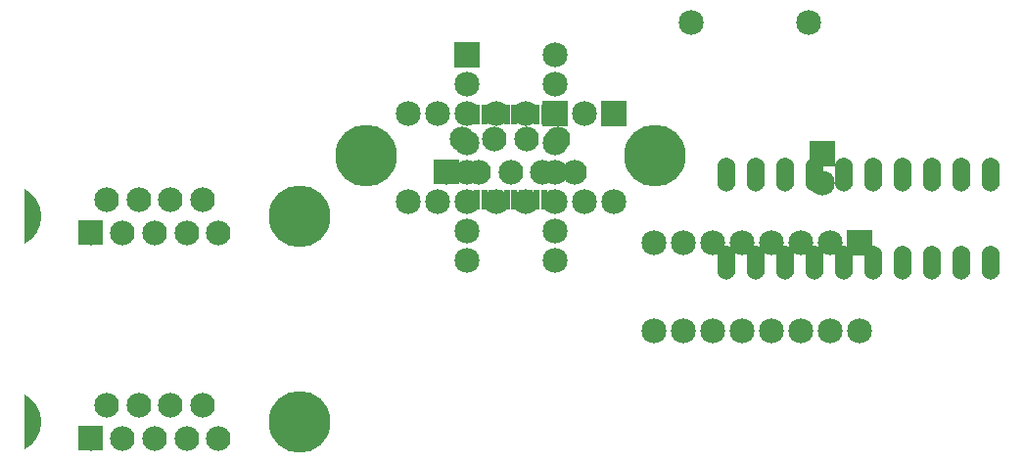
<source format=gts>
G04 MADE WITH FRITZING*
G04 WWW.FRITZING.ORG*
G04 DOUBLE SIDED*
G04 HOLES PLATED*
G04 CONTOUR ON CENTER OF CONTOUR VECTOR*
%ASAXBY*%
%FSLAX23Y23*%
%MOIN*%
%OFA0B0*%
%SFA1.0B1.0*%
%ADD10C,0.085000*%
%ADD11C,0.062000*%
%ADD12C,0.084000*%
%ADD13C,0.210000*%
%ADD14R,0.085000X0.085000*%
%ADD15R,0.023701X0.065000*%
%ADD16R,0.001000X0.001000*%
%LNMASK1*%
G90*
G70*
G54D10*
X2006Y1272D03*
X2006Y972D03*
X1906Y1272D03*
X1906Y972D03*
X1806Y1272D03*
X1806Y972D03*
X1706Y1272D03*
X1706Y972D03*
X1606Y1272D03*
X1606Y972D03*
X1506Y1272D03*
X1506Y972D03*
X1406Y1272D03*
X1406Y972D03*
X1306Y1272D03*
X1306Y972D03*
X2844Y829D03*
X2844Y529D03*
X2744Y829D03*
X2744Y529D03*
X2644Y829D03*
X2644Y529D03*
X2544Y829D03*
X2544Y529D03*
X2444Y829D03*
X2444Y529D03*
X2344Y829D03*
X2344Y529D03*
X2244Y829D03*
X2244Y529D03*
X2144Y829D03*
X2144Y529D03*
G54D11*
X2390Y762D03*
X2490Y762D03*
X2990Y762D03*
X3090Y762D03*
X2590Y762D03*
X2690Y762D03*
X2890Y762D03*
X2790Y762D03*
X3190Y762D03*
X3290Y762D03*
X3290Y1062D03*
X3190Y1062D03*
X3090Y1062D03*
X2990Y1062D03*
X2890Y1062D03*
X2790Y1062D03*
X2690Y1062D03*
X2590Y1062D03*
X2490Y1062D03*
X2390Y1062D03*
X2390Y762D03*
X2490Y762D03*
X2990Y762D03*
X3090Y762D03*
X2590Y762D03*
X2690Y762D03*
X2890Y762D03*
X2790Y762D03*
X3190Y762D03*
X3290Y762D03*
X3290Y1062D03*
X3190Y1062D03*
X3090Y1062D03*
X2990Y1062D03*
X2890Y1062D03*
X2790Y1062D03*
X2690Y1062D03*
X2590Y1062D03*
X2490Y1062D03*
X2390Y1062D03*
X2390Y762D03*
X2490Y762D03*
X2990Y762D03*
X3090Y762D03*
X2590Y762D03*
X2690Y762D03*
X2890Y762D03*
X2790Y762D03*
X3190Y762D03*
X3290Y762D03*
X3290Y1062D03*
X3190Y1062D03*
X3090Y1062D03*
X2990Y1062D03*
X2890Y1062D03*
X2790Y1062D03*
X2690Y1062D03*
X2590Y1062D03*
X2490Y1062D03*
X2390Y1062D03*
X2390Y762D03*
X2490Y762D03*
X2990Y762D03*
X3090Y762D03*
X2590Y762D03*
X2690Y762D03*
X2890Y762D03*
X2790Y762D03*
X3190Y762D03*
X3290Y762D03*
X3290Y1062D03*
X3190Y1062D03*
X3090Y1062D03*
X2990Y1062D03*
X2890Y1062D03*
X2790Y1062D03*
X2690Y1062D03*
X2590Y1062D03*
X2490Y1062D03*
X2390Y1062D03*
G54D10*
X1506Y1472D03*
X1806Y1472D03*
X1506Y1372D03*
X1806Y1372D03*
X1506Y1272D03*
X1806Y1272D03*
X1506Y1172D03*
X1806Y1172D03*
X1506Y1072D03*
X1806Y1072D03*
X1506Y972D03*
X1806Y972D03*
X1506Y872D03*
X1806Y872D03*
X1506Y772D03*
X1806Y772D03*
X2271Y1579D03*
X2671Y1579D03*
X2271Y1579D03*
X2671Y1579D03*
X2716Y1134D03*
X2716Y1034D03*
G54D12*
X1437Y1071D03*
X1547Y1071D03*
X1656Y1071D03*
X1765Y1071D03*
X1874Y1071D03*
X1492Y1183D03*
X1601Y1183D03*
X1710Y1183D03*
X1819Y1183D03*
G54D13*
X1163Y1127D03*
X2148Y1127D03*
G54D12*
X1437Y1071D03*
X1547Y1071D03*
X1656Y1071D03*
X1765Y1071D03*
X1874Y1071D03*
X1492Y1183D03*
X1601Y1183D03*
X1710Y1183D03*
X1819Y1183D03*
G54D13*
X1163Y1127D03*
X2148Y1127D03*
G54D12*
X226Y864D03*
X335Y864D03*
X444Y864D03*
X553Y864D03*
X662Y864D03*
X281Y976D03*
X390Y976D03*
X498Y976D03*
X607Y976D03*
G54D13*
X936Y920D03*
G54D12*
X226Y864D03*
X335Y864D03*
X444Y864D03*
X553Y864D03*
X662Y864D03*
X281Y976D03*
X390Y976D03*
X498Y976D03*
X607Y976D03*
G54D13*
X936Y920D03*
G54D12*
X226Y164D03*
X335Y164D03*
X444Y164D03*
X553Y164D03*
X662Y164D03*
X281Y276D03*
X390Y276D03*
X498Y276D03*
X607Y276D03*
G54D13*
X936Y220D03*
G54D12*
X226Y164D03*
X335Y164D03*
X444Y164D03*
X553Y164D03*
X662Y164D03*
X281Y276D03*
X390Y276D03*
X498Y276D03*
X607Y276D03*
G54D13*
X936Y220D03*
G54D10*
X1806Y1272D03*
X1806Y972D03*
X1706Y1272D03*
X1706Y972D03*
X1606Y1272D03*
X1606Y972D03*
X1506Y1272D03*
X1506Y972D03*
G54D14*
X2006Y1272D03*
X2844Y829D03*
X1506Y1472D03*
X2716Y1134D03*
G54D15*
X1515Y978D03*
X1540Y978D03*
X1566Y978D03*
X1592Y978D03*
X1617Y978D03*
X1643Y978D03*
X1668Y978D03*
X1694Y978D03*
X1720Y978D03*
X1745Y978D03*
X1771Y978D03*
X1796Y978D03*
X1796Y1266D03*
X1771Y1266D03*
X1745Y1266D03*
X1720Y1266D03*
X1694Y1266D03*
X1668Y1266D03*
X1643Y1266D03*
X1617Y1266D03*
X1592Y1266D03*
X1566Y1266D03*
X1540Y1266D03*
X1515Y1266D03*
G54D14*
X1806Y1272D03*
G54D16*
X2385Y1119D02*
X2396Y1119D01*
X2485Y1119D02*
X2496Y1119D01*
X2585Y1119D02*
X2596Y1119D01*
X2685Y1119D02*
X2696Y1119D01*
X2785Y1119D02*
X2796Y1119D01*
X2885Y1119D02*
X2896Y1119D01*
X2984Y1119D02*
X2996Y1119D01*
X3084Y1119D02*
X3096Y1119D01*
X3184Y1119D02*
X3196Y1119D01*
X3284Y1119D02*
X3296Y1119D01*
X2381Y1118D02*
X2400Y1118D01*
X2481Y1118D02*
X2500Y1118D01*
X2581Y1118D02*
X2600Y1118D01*
X2681Y1118D02*
X2700Y1118D01*
X2781Y1118D02*
X2800Y1118D01*
X2881Y1118D02*
X2900Y1118D01*
X2981Y1118D02*
X3000Y1118D01*
X3081Y1118D02*
X3100Y1118D01*
X3181Y1118D02*
X3200Y1118D01*
X3281Y1118D02*
X3300Y1118D01*
X2378Y1117D02*
X2402Y1117D01*
X2478Y1117D02*
X2502Y1117D01*
X2578Y1117D02*
X2602Y1117D01*
X2678Y1117D02*
X2702Y1117D01*
X2778Y1117D02*
X2802Y1117D01*
X2878Y1117D02*
X2902Y1117D01*
X2978Y1117D02*
X3002Y1117D01*
X3078Y1117D02*
X3102Y1117D01*
X3178Y1117D02*
X3202Y1117D01*
X3278Y1117D02*
X3302Y1117D01*
X2376Y1116D02*
X2404Y1116D01*
X2476Y1116D02*
X2504Y1116D01*
X2576Y1116D02*
X2604Y1116D01*
X2676Y1116D02*
X2704Y1116D01*
X2776Y1116D02*
X2804Y1116D01*
X2876Y1116D02*
X2904Y1116D01*
X2976Y1116D02*
X3004Y1116D01*
X3076Y1116D02*
X3104Y1116D01*
X3176Y1116D02*
X3204Y1116D01*
X3276Y1116D02*
X3304Y1116D01*
X2375Y1115D02*
X2406Y1115D01*
X2475Y1115D02*
X2506Y1115D01*
X2575Y1115D02*
X2606Y1115D01*
X2675Y1115D02*
X2706Y1115D01*
X2775Y1115D02*
X2806Y1115D01*
X2875Y1115D02*
X2906Y1115D01*
X2975Y1115D02*
X3006Y1115D01*
X3075Y1115D02*
X3106Y1115D01*
X3175Y1115D02*
X3206Y1115D01*
X3275Y1115D02*
X3306Y1115D01*
X2373Y1114D02*
X2408Y1114D01*
X2473Y1114D02*
X2508Y1114D01*
X2573Y1114D02*
X2608Y1114D01*
X2673Y1114D02*
X2708Y1114D01*
X2773Y1114D02*
X2808Y1114D01*
X2873Y1114D02*
X2908Y1114D01*
X2973Y1114D02*
X3008Y1114D01*
X3073Y1114D02*
X3108Y1114D01*
X3173Y1114D02*
X3208Y1114D01*
X3273Y1114D02*
X3308Y1114D01*
X1396Y1113D02*
X1479Y1113D01*
X2372Y1113D02*
X2409Y1113D01*
X2472Y1113D02*
X2509Y1113D01*
X2572Y1113D02*
X2609Y1113D01*
X2672Y1113D02*
X2709Y1113D01*
X2772Y1113D02*
X2809Y1113D01*
X2872Y1113D02*
X2909Y1113D01*
X2972Y1113D02*
X3009Y1113D01*
X3072Y1113D02*
X3109Y1113D01*
X3172Y1113D02*
X3209Y1113D01*
X3272Y1113D02*
X3309Y1113D01*
X1396Y1112D02*
X1479Y1112D01*
X2371Y1112D02*
X2410Y1112D01*
X2471Y1112D02*
X2510Y1112D01*
X2570Y1112D02*
X2610Y1112D01*
X2670Y1112D02*
X2710Y1112D01*
X2770Y1112D02*
X2810Y1112D01*
X2870Y1112D02*
X2910Y1112D01*
X2970Y1112D02*
X3010Y1112D01*
X3070Y1112D02*
X3110Y1112D01*
X3170Y1112D02*
X3210Y1112D01*
X3270Y1112D02*
X3310Y1112D01*
X1396Y1111D02*
X1479Y1111D01*
X2369Y1111D02*
X2411Y1111D01*
X2469Y1111D02*
X2511Y1111D01*
X2569Y1111D02*
X2611Y1111D01*
X2669Y1111D02*
X2711Y1111D01*
X2769Y1111D02*
X2811Y1111D01*
X2869Y1111D02*
X2911Y1111D01*
X2969Y1111D02*
X3011Y1111D01*
X3069Y1111D02*
X3111Y1111D01*
X3169Y1111D02*
X3211Y1111D01*
X3269Y1111D02*
X3311Y1111D01*
X1396Y1110D02*
X1479Y1110D01*
X2368Y1110D02*
X2412Y1110D01*
X2468Y1110D02*
X2512Y1110D01*
X2568Y1110D02*
X2612Y1110D01*
X2668Y1110D02*
X2712Y1110D01*
X2768Y1110D02*
X2812Y1110D01*
X2868Y1110D02*
X2912Y1110D01*
X2968Y1110D02*
X3012Y1110D01*
X3068Y1110D02*
X3112Y1110D01*
X3168Y1110D02*
X3212Y1110D01*
X3268Y1110D02*
X3312Y1110D01*
X1396Y1109D02*
X1479Y1109D01*
X2368Y1109D02*
X2413Y1109D01*
X2468Y1109D02*
X2513Y1109D01*
X2568Y1109D02*
X2613Y1109D01*
X2667Y1109D02*
X2713Y1109D01*
X2767Y1109D02*
X2813Y1109D01*
X2867Y1109D02*
X2913Y1109D01*
X2967Y1109D02*
X3013Y1109D01*
X3067Y1109D02*
X3113Y1109D01*
X3167Y1109D02*
X3213Y1109D01*
X3267Y1109D02*
X3313Y1109D01*
X1396Y1108D02*
X1479Y1108D01*
X2367Y1108D02*
X2414Y1108D01*
X2467Y1108D02*
X2514Y1108D01*
X2567Y1108D02*
X2614Y1108D01*
X2667Y1108D02*
X2714Y1108D01*
X2767Y1108D02*
X2814Y1108D01*
X2867Y1108D02*
X2914Y1108D01*
X2967Y1108D02*
X3014Y1108D01*
X3067Y1108D02*
X3114Y1108D01*
X3167Y1108D02*
X3214Y1108D01*
X3267Y1108D02*
X3314Y1108D01*
X1396Y1107D02*
X1479Y1107D01*
X2366Y1107D02*
X2415Y1107D01*
X2466Y1107D02*
X2515Y1107D01*
X2566Y1107D02*
X2615Y1107D01*
X2666Y1107D02*
X2715Y1107D01*
X2766Y1107D02*
X2815Y1107D01*
X2866Y1107D02*
X2915Y1107D01*
X2966Y1107D02*
X3015Y1107D01*
X3066Y1107D02*
X3115Y1107D01*
X3166Y1107D02*
X3215Y1107D01*
X3266Y1107D02*
X3315Y1107D01*
X1396Y1106D02*
X1479Y1106D01*
X2365Y1106D02*
X2416Y1106D01*
X2465Y1106D02*
X2516Y1106D01*
X2565Y1106D02*
X2616Y1106D01*
X2665Y1106D02*
X2716Y1106D01*
X2765Y1106D02*
X2816Y1106D01*
X2865Y1106D02*
X2916Y1106D01*
X2965Y1106D02*
X3016Y1106D01*
X3065Y1106D02*
X3116Y1106D01*
X3165Y1106D02*
X3216Y1106D01*
X3265Y1106D02*
X3316Y1106D01*
X1396Y1105D02*
X1479Y1105D01*
X2365Y1105D02*
X2416Y1105D01*
X2465Y1105D02*
X2516Y1105D01*
X2565Y1105D02*
X2616Y1105D01*
X2665Y1105D02*
X2716Y1105D01*
X2765Y1105D02*
X2816Y1105D01*
X2865Y1105D02*
X2916Y1105D01*
X2965Y1105D02*
X3016Y1105D01*
X3065Y1105D02*
X3116Y1105D01*
X3165Y1105D02*
X3216Y1105D01*
X3265Y1105D02*
X3316Y1105D01*
X1396Y1104D02*
X1479Y1104D01*
X2364Y1104D02*
X2417Y1104D01*
X2464Y1104D02*
X2517Y1104D01*
X2564Y1104D02*
X2617Y1104D01*
X2664Y1104D02*
X2717Y1104D01*
X2764Y1104D02*
X2817Y1104D01*
X2864Y1104D02*
X2917Y1104D01*
X2964Y1104D02*
X3017Y1104D01*
X3064Y1104D02*
X3117Y1104D01*
X3164Y1104D02*
X3217Y1104D01*
X3264Y1104D02*
X3317Y1104D01*
X1396Y1103D02*
X1479Y1103D01*
X2364Y1103D02*
X2417Y1103D01*
X2464Y1103D02*
X2517Y1103D01*
X2564Y1103D02*
X2617Y1103D01*
X2664Y1103D02*
X2717Y1103D01*
X2764Y1103D02*
X2817Y1103D01*
X2863Y1103D02*
X2917Y1103D01*
X2963Y1103D02*
X3017Y1103D01*
X3063Y1103D02*
X3117Y1103D01*
X3163Y1103D02*
X3217Y1103D01*
X3263Y1103D02*
X3317Y1103D01*
X1396Y1102D02*
X1479Y1102D01*
X2363Y1102D02*
X2418Y1102D01*
X2463Y1102D02*
X2518Y1102D01*
X2563Y1102D02*
X2618Y1102D01*
X2663Y1102D02*
X2718Y1102D01*
X2763Y1102D02*
X2818Y1102D01*
X2863Y1102D02*
X2918Y1102D01*
X2963Y1102D02*
X3018Y1102D01*
X3063Y1102D02*
X3118Y1102D01*
X3163Y1102D02*
X3218Y1102D01*
X3263Y1102D02*
X3318Y1102D01*
X1396Y1101D02*
X1479Y1101D01*
X2363Y1101D02*
X2418Y1101D01*
X2463Y1101D02*
X2518Y1101D01*
X2563Y1101D02*
X2618Y1101D01*
X2663Y1101D02*
X2718Y1101D01*
X2763Y1101D02*
X2818Y1101D01*
X2863Y1101D02*
X2918Y1101D01*
X2963Y1101D02*
X3018Y1101D01*
X3063Y1101D02*
X3118Y1101D01*
X3162Y1101D02*
X3218Y1101D01*
X3262Y1101D02*
X3318Y1101D01*
X1396Y1100D02*
X1479Y1100D01*
X2362Y1100D02*
X2419Y1100D01*
X2462Y1100D02*
X2519Y1100D01*
X2562Y1100D02*
X2619Y1100D01*
X2662Y1100D02*
X2719Y1100D01*
X2762Y1100D02*
X2819Y1100D01*
X2862Y1100D02*
X2919Y1100D01*
X2962Y1100D02*
X3019Y1100D01*
X3062Y1100D02*
X3119Y1100D01*
X3162Y1100D02*
X3219Y1100D01*
X3262Y1100D02*
X3319Y1100D01*
X1396Y1099D02*
X1479Y1099D01*
X2362Y1099D02*
X2419Y1099D01*
X2462Y1099D02*
X2519Y1099D01*
X2562Y1099D02*
X2619Y1099D01*
X2662Y1099D02*
X2719Y1099D01*
X2762Y1099D02*
X2819Y1099D01*
X2862Y1099D02*
X2919Y1099D01*
X2962Y1099D02*
X3019Y1099D01*
X3062Y1099D02*
X3119Y1099D01*
X3162Y1099D02*
X3219Y1099D01*
X3262Y1099D02*
X3319Y1099D01*
X1396Y1098D02*
X1479Y1098D01*
X2361Y1098D02*
X2419Y1098D01*
X2461Y1098D02*
X2519Y1098D01*
X2561Y1098D02*
X2619Y1098D01*
X2661Y1098D02*
X2719Y1098D01*
X2761Y1098D02*
X2819Y1098D01*
X2861Y1098D02*
X2919Y1098D01*
X2961Y1098D02*
X3019Y1098D01*
X3061Y1098D02*
X3119Y1098D01*
X3161Y1098D02*
X3219Y1098D01*
X3261Y1098D02*
X3319Y1098D01*
X1396Y1097D02*
X1479Y1097D01*
X2361Y1097D02*
X2420Y1097D01*
X2461Y1097D02*
X2520Y1097D01*
X2561Y1097D02*
X2620Y1097D01*
X2661Y1097D02*
X2720Y1097D01*
X2761Y1097D02*
X2820Y1097D01*
X2861Y1097D02*
X2920Y1097D01*
X2961Y1097D02*
X3020Y1097D01*
X3061Y1097D02*
X3120Y1097D01*
X3161Y1097D02*
X3220Y1097D01*
X3261Y1097D02*
X3320Y1097D01*
X1396Y1096D02*
X1479Y1096D01*
X2361Y1096D02*
X2420Y1096D01*
X2461Y1096D02*
X2520Y1096D01*
X2561Y1096D02*
X2620Y1096D01*
X2661Y1096D02*
X2720Y1096D01*
X2761Y1096D02*
X2820Y1096D01*
X2861Y1096D02*
X2920Y1096D01*
X2961Y1096D02*
X3020Y1096D01*
X3061Y1096D02*
X3120Y1096D01*
X3161Y1096D02*
X3220Y1096D01*
X3261Y1096D02*
X3320Y1096D01*
X1396Y1095D02*
X1479Y1095D01*
X2361Y1095D02*
X2420Y1095D01*
X2461Y1095D02*
X2520Y1095D01*
X2561Y1095D02*
X2620Y1095D01*
X2661Y1095D02*
X2720Y1095D01*
X2761Y1095D02*
X2820Y1095D01*
X2861Y1095D02*
X2920Y1095D01*
X2961Y1095D02*
X3020Y1095D01*
X3061Y1095D02*
X3120Y1095D01*
X3161Y1095D02*
X3220Y1095D01*
X3261Y1095D02*
X3320Y1095D01*
X1396Y1094D02*
X1479Y1094D01*
X2360Y1094D02*
X2420Y1094D01*
X2460Y1094D02*
X2520Y1094D01*
X2560Y1094D02*
X2620Y1094D01*
X2660Y1094D02*
X2720Y1094D01*
X2760Y1094D02*
X2820Y1094D01*
X2860Y1094D02*
X2920Y1094D01*
X2960Y1094D02*
X3020Y1094D01*
X3060Y1094D02*
X3120Y1094D01*
X3160Y1094D02*
X3220Y1094D01*
X3260Y1094D02*
X3320Y1094D01*
X1396Y1093D02*
X1479Y1093D01*
X2360Y1093D02*
X2421Y1093D01*
X2460Y1093D02*
X2521Y1093D01*
X2560Y1093D02*
X2621Y1093D01*
X2660Y1093D02*
X2721Y1093D01*
X2760Y1093D02*
X2821Y1093D01*
X2860Y1093D02*
X2921Y1093D01*
X2960Y1093D02*
X3021Y1093D01*
X3060Y1093D02*
X3121Y1093D01*
X3160Y1093D02*
X3221Y1093D01*
X3260Y1093D02*
X3320Y1093D01*
X1396Y1092D02*
X1479Y1092D01*
X2360Y1092D02*
X2421Y1092D01*
X2460Y1092D02*
X2521Y1092D01*
X2560Y1092D02*
X2621Y1092D01*
X2660Y1092D02*
X2721Y1092D01*
X2760Y1092D02*
X2821Y1092D01*
X2860Y1092D02*
X2921Y1092D01*
X2960Y1092D02*
X3021Y1092D01*
X3060Y1092D02*
X3121Y1092D01*
X3160Y1092D02*
X3221Y1092D01*
X3260Y1092D02*
X3321Y1092D01*
X1396Y1091D02*
X1479Y1091D01*
X2360Y1091D02*
X2421Y1091D01*
X2460Y1091D02*
X2521Y1091D01*
X2560Y1091D02*
X2621Y1091D01*
X2660Y1091D02*
X2721Y1091D01*
X2760Y1091D02*
X2821Y1091D01*
X2860Y1091D02*
X2921Y1091D01*
X2960Y1091D02*
X3021Y1091D01*
X3060Y1091D02*
X3121Y1091D01*
X3160Y1091D02*
X3221Y1091D01*
X3260Y1091D02*
X3321Y1091D01*
X1396Y1090D02*
X1479Y1090D01*
X2360Y1090D02*
X2421Y1090D01*
X2460Y1090D02*
X2521Y1090D01*
X2560Y1090D02*
X2621Y1090D01*
X2660Y1090D02*
X2721Y1090D01*
X2760Y1090D02*
X2821Y1090D01*
X2860Y1090D02*
X2921Y1090D01*
X2960Y1090D02*
X3021Y1090D01*
X3060Y1090D02*
X3121Y1090D01*
X3160Y1090D02*
X3221Y1090D01*
X3260Y1090D02*
X3321Y1090D01*
X1396Y1089D02*
X1479Y1089D01*
X2360Y1089D02*
X2421Y1089D01*
X2460Y1089D02*
X2521Y1089D01*
X2560Y1089D02*
X2621Y1089D01*
X2660Y1089D02*
X2721Y1089D01*
X2760Y1089D02*
X2821Y1089D01*
X2860Y1089D02*
X2921Y1089D01*
X2960Y1089D02*
X3021Y1089D01*
X3060Y1089D02*
X3121Y1089D01*
X3160Y1089D02*
X3221Y1089D01*
X3260Y1089D02*
X3321Y1089D01*
X1396Y1088D02*
X1479Y1088D01*
X2360Y1088D02*
X2421Y1088D01*
X2460Y1088D02*
X2521Y1088D01*
X2560Y1088D02*
X2621Y1088D01*
X2660Y1088D02*
X2721Y1088D01*
X2760Y1088D02*
X2821Y1088D01*
X2860Y1088D02*
X2921Y1088D01*
X2960Y1088D02*
X3021Y1088D01*
X3060Y1088D02*
X3121Y1088D01*
X3160Y1088D02*
X3221Y1088D01*
X3260Y1088D02*
X3321Y1088D01*
X1396Y1087D02*
X1479Y1087D01*
X2360Y1087D02*
X2421Y1087D01*
X2460Y1087D02*
X2521Y1087D01*
X2560Y1087D02*
X2621Y1087D01*
X2660Y1087D02*
X2721Y1087D01*
X2760Y1087D02*
X2821Y1087D01*
X2860Y1087D02*
X2921Y1087D01*
X2960Y1087D02*
X3021Y1087D01*
X3060Y1087D02*
X3121Y1087D01*
X3160Y1087D02*
X3221Y1087D01*
X3260Y1087D02*
X3321Y1087D01*
X1396Y1086D02*
X1432Y1086D01*
X1443Y1086D02*
X1479Y1086D01*
X2360Y1086D02*
X2421Y1086D01*
X2460Y1086D02*
X2521Y1086D01*
X2560Y1086D02*
X2621Y1086D01*
X2660Y1086D02*
X2721Y1086D01*
X2760Y1086D02*
X2821Y1086D01*
X2860Y1086D02*
X2921Y1086D01*
X2960Y1086D02*
X3021Y1086D01*
X3060Y1086D02*
X3121Y1086D01*
X3160Y1086D02*
X3221Y1086D01*
X3260Y1086D02*
X3321Y1086D01*
X1396Y1085D02*
X1430Y1085D01*
X1445Y1085D02*
X1479Y1085D01*
X2360Y1085D02*
X2421Y1085D01*
X2460Y1085D02*
X2521Y1085D01*
X2560Y1085D02*
X2621Y1085D01*
X2660Y1085D02*
X2721Y1085D01*
X2760Y1085D02*
X2821Y1085D01*
X2860Y1085D02*
X2921Y1085D01*
X2960Y1085D02*
X3021Y1085D01*
X3060Y1085D02*
X3121Y1085D01*
X3160Y1085D02*
X3221Y1085D01*
X3260Y1085D02*
X3321Y1085D01*
X1396Y1084D02*
X1429Y1084D01*
X1447Y1084D02*
X1479Y1084D01*
X2360Y1084D02*
X2421Y1084D01*
X2460Y1084D02*
X2521Y1084D01*
X2560Y1084D02*
X2621Y1084D01*
X2660Y1084D02*
X2721Y1084D01*
X2760Y1084D02*
X2821Y1084D01*
X2860Y1084D02*
X2921Y1084D01*
X2960Y1084D02*
X3021Y1084D01*
X3060Y1084D02*
X3121Y1084D01*
X3160Y1084D02*
X3221Y1084D01*
X3260Y1084D02*
X3321Y1084D01*
X1396Y1083D02*
X1427Y1083D01*
X1448Y1083D02*
X1479Y1083D01*
X2360Y1083D02*
X2421Y1083D01*
X2460Y1083D02*
X2521Y1083D01*
X2560Y1083D02*
X2621Y1083D01*
X2660Y1083D02*
X2721Y1083D01*
X2760Y1083D02*
X2821Y1083D01*
X2860Y1083D02*
X2921Y1083D01*
X2960Y1083D02*
X3021Y1083D01*
X3060Y1083D02*
X3121Y1083D01*
X3160Y1083D02*
X3221Y1083D01*
X3260Y1083D02*
X3321Y1083D01*
X1396Y1082D02*
X1426Y1082D01*
X1449Y1082D02*
X1479Y1082D01*
X2360Y1082D02*
X2421Y1082D01*
X2460Y1082D02*
X2521Y1082D01*
X2560Y1082D02*
X2621Y1082D01*
X2660Y1082D02*
X2721Y1082D01*
X2760Y1082D02*
X2821Y1082D01*
X2860Y1082D02*
X2921Y1082D01*
X2960Y1082D02*
X3021Y1082D01*
X3060Y1082D02*
X3121Y1082D01*
X3160Y1082D02*
X3221Y1082D01*
X3260Y1082D02*
X3321Y1082D01*
X1396Y1081D02*
X1425Y1081D01*
X1450Y1081D02*
X1479Y1081D01*
X2360Y1081D02*
X2421Y1081D01*
X2460Y1081D02*
X2521Y1081D01*
X2560Y1081D02*
X2621Y1081D01*
X2660Y1081D02*
X2721Y1081D01*
X2760Y1081D02*
X2821Y1081D01*
X2860Y1081D02*
X2921Y1081D01*
X2960Y1081D02*
X3021Y1081D01*
X3060Y1081D02*
X3121Y1081D01*
X3160Y1081D02*
X3221Y1081D01*
X3260Y1081D02*
X3321Y1081D01*
X1396Y1080D02*
X1425Y1080D01*
X1451Y1080D02*
X1479Y1080D01*
X2360Y1080D02*
X2421Y1080D01*
X2460Y1080D02*
X2521Y1080D01*
X2560Y1080D02*
X2621Y1080D01*
X2660Y1080D02*
X2721Y1080D01*
X2760Y1080D02*
X2821Y1080D01*
X2860Y1080D02*
X2921Y1080D01*
X2960Y1080D02*
X3021Y1080D01*
X3060Y1080D02*
X3121Y1080D01*
X3160Y1080D02*
X3221Y1080D01*
X3260Y1080D02*
X3321Y1080D01*
X1396Y1079D02*
X1424Y1079D01*
X1451Y1079D02*
X1479Y1079D01*
X2360Y1079D02*
X2421Y1079D01*
X2460Y1079D02*
X2521Y1079D01*
X2560Y1079D02*
X2621Y1079D01*
X2660Y1079D02*
X2721Y1079D01*
X2760Y1079D02*
X2821Y1079D01*
X2860Y1079D02*
X2921Y1079D01*
X2960Y1079D02*
X3021Y1079D01*
X3060Y1079D02*
X3121Y1079D01*
X3160Y1079D02*
X3221Y1079D01*
X3260Y1079D02*
X3321Y1079D01*
X1396Y1078D02*
X1424Y1078D01*
X1452Y1078D02*
X1479Y1078D01*
X2360Y1078D02*
X2421Y1078D01*
X2460Y1078D02*
X2521Y1078D01*
X2560Y1078D02*
X2621Y1078D01*
X2660Y1078D02*
X2721Y1078D01*
X2760Y1078D02*
X2821Y1078D01*
X2860Y1078D02*
X2921Y1078D01*
X2960Y1078D02*
X3021Y1078D01*
X3060Y1078D02*
X3121Y1078D01*
X3160Y1078D02*
X3221Y1078D01*
X3260Y1078D02*
X3321Y1078D01*
X1396Y1077D02*
X1423Y1077D01*
X1452Y1077D02*
X1479Y1077D01*
X2360Y1077D02*
X2421Y1077D01*
X2460Y1077D02*
X2521Y1077D01*
X2560Y1077D02*
X2621Y1077D01*
X2660Y1077D02*
X2721Y1077D01*
X2760Y1077D02*
X2821Y1077D01*
X2860Y1077D02*
X2921Y1077D01*
X2960Y1077D02*
X3021Y1077D01*
X3060Y1077D02*
X3121Y1077D01*
X3160Y1077D02*
X3221Y1077D01*
X3260Y1077D02*
X3321Y1077D01*
X1396Y1076D02*
X1423Y1076D01*
X1453Y1076D02*
X1479Y1076D01*
X2360Y1076D02*
X2421Y1076D01*
X2460Y1076D02*
X2521Y1076D01*
X2560Y1076D02*
X2621Y1076D01*
X2660Y1076D02*
X2721Y1076D01*
X2760Y1076D02*
X2821Y1076D01*
X2860Y1076D02*
X2921Y1076D01*
X2960Y1076D02*
X3021Y1076D01*
X3060Y1076D02*
X3121Y1076D01*
X3160Y1076D02*
X3221Y1076D01*
X3260Y1076D02*
X3321Y1076D01*
X1396Y1075D02*
X1423Y1075D01*
X1453Y1075D02*
X1479Y1075D01*
X2360Y1075D02*
X2421Y1075D01*
X2460Y1075D02*
X2521Y1075D01*
X2560Y1075D02*
X2621Y1075D01*
X2660Y1075D02*
X2721Y1075D01*
X2760Y1075D02*
X2821Y1075D01*
X2860Y1075D02*
X2921Y1075D01*
X2960Y1075D02*
X3021Y1075D01*
X3060Y1075D02*
X3121Y1075D01*
X3160Y1075D02*
X3221Y1075D01*
X3260Y1075D02*
X3321Y1075D01*
X1396Y1074D02*
X1422Y1074D01*
X1453Y1074D02*
X1479Y1074D01*
X2360Y1074D02*
X2421Y1074D01*
X2460Y1074D02*
X2521Y1074D01*
X2560Y1074D02*
X2621Y1074D01*
X2660Y1074D02*
X2721Y1074D01*
X2760Y1074D02*
X2821Y1074D01*
X2860Y1074D02*
X2921Y1074D01*
X2960Y1074D02*
X3021Y1074D01*
X3060Y1074D02*
X3121Y1074D01*
X3160Y1074D02*
X3221Y1074D01*
X3260Y1074D02*
X3321Y1074D01*
X1396Y1073D02*
X1422Y1073D01*
X1453Y1073D02*
X1479Y1073D01*
X2360Y1073D02*
X2386Y1073D01*
X2395Y1073D02*
X2421Y1073D01*
X2460Y1073D02*
X2486Y1073D01*
X2495Y1073D02*
X2521Y1073D01*
X2560Y1073D02*
X2586Y1073D01*
X2595Y1073D02*
X2621Y1073D01*
X2660Y1073D02*
X2686Y1073D01*
X2695Y1073D02*
X2721Y1073D01*
X2760Y1073D02*
X2786Y1073D01*
X2795Y1073D02*
X2821Y1073D01*
X2860Y1073D02*
X2886Y1073D01*
X2895Y1073D02*
X2921Y1073D01*
X2960Y1073D02*
X2986Y1073D01*
X2995Y1073D02*
X3021Y1073D01*
X3060Y1073D02*
X3086Y1073D01*
X3095Y1073D02*
X3121Y1073D01*
X3160Y1073D02*
X3186Y1073D01*
X3195Y1073D02*
X3221Y1073D01*
X3260Y1073D02*
X3286Y1073D01*
X3295Y1073D02*
X3321Y1073D01*
X1396Y1072D02*
X1422Y1072D01*
X1453Y1072D02*
X1479Y1072D01*
X2360Y1072D02*
X2384Y1072D01*
X2397Y1072D02*
X2421Y1072D01*
X2460Y1072D02*
X2484Y1072D01*
X2497Y1072D02*
X2521Y1072D01*
X2560Y1072D02*
X2584Y1072D01*
X2597Y1072D02*
X2621Y1072D01*
X2660Y1072D02*
X2684Y1072D01*
X2697Y1072D02*
X2721Y1072D01*
X2760Y1072D02*
X2784Y1072D01*
X2797Y1072D02*
X2821Y1072D01*
X2860Y1072D02*
X2884Y1072D01*
X2897Y1072D02*
X2921Y1072D01*
X2960Y1072D02*
X2984Y1072D01*
X2997Y1072D02*
X3021Y1072D01*
X3060Y1072D02*
X3084Y1072D01*
X3097Y1072D02*
X3121Y1072D01*
X3160Y1072D02*
X3184Y1072D01*
X3197Y1072D02*
X3221Y1072D01*
X3260Y1072D02*
X3284Y1072D01*
X3297Y1072D02*
X3321Y1072D01*
X1396Y1071D02*
X1422Y1071D01*
X1453Y1071D02*
X1479Y1071D01*
X2360Y1071D02*
X2383Y1071D01*
X2398Y1071D02*
X2421Y1071D01*
X2460Y1071D02*
X2483Y1071D01*
X2498Y1071D02*
X2521Y1071D01*
X2560Y1071D02*
X2583Y1071D01*
X2598Y1071D02*
X2621Y1071D01*
X2660Y1071D02*
X2683Y1071D01*
X2698Y1071D02*
X2721Y1071D01*
X2760Y1071D02*
X2783Y1071D01*
X2798Y1071D02*
X2821Y1071D01*
X2860Y1071D02*
X2883Y1071D01*
X2898Y1071D02*
X2921Y1071D01*
X2960Y1071D02*
X2983Y1071D01*
X2998Y1071D02*
X3021Y1071D01*
X3060Y1071D02*
X3083Y1071D01*
X3098Y1071D02*
X3121Y1071D01*
X3160Y1071D02*
X3183Y1071D01*
X3198Y1071D02*
X3221Y1071D01*
X3260Y1071D02*
X3283Y1071D01*
X3298Y1071D02*
X3321Y1071D01*
X1396Y1070D02*
X1422Y1070D01*
X1453Y1070D02*
X1479Y1070D01*
X2360Y1070D02*
X2382Y1070D01*
X2399Y1070D02*
X2421Y1070D01*
X2460Y1070D02*
X2482Y1070D01*
X2499Y1070D02*
X2521Y1070D01*
X2560Y1070D02*
X2582Y1070D01*
X2599Y1070D02*
X2621Y1070D01*
X2660Y1070D02*
X2682Y1070D01*
X2699Y1070D02*
X2721Y1070D01*
X2760Y1070D02*
X2782Y1070D01*
X2799Y1070D02*
X2821Y1070D01*
X2860Y1070D02*
X2882Y1070D01*
X2899Y1070D02*
X2921Y1070D01*
X2960Y1070D02*
X2982Y1070D01*
X2999Y1070D02*
X3021Y1070D01*
X3060Y1070D02*
X3082Y1070D01*
X3099Y1070D02*
X3121Y1070D01*
X3160Y1070D02*
X3182Y1070D01*
X3199Y1070D02*
X3221Y1070D01*
X3260Y1070D02*
X3282Y1070D01*
X3299Y1070D02*
X3321Y1070D01*
X1396Y1069D02*
X1423Y1069D01*
X1453Y1069D02*
X1479Y1069D01*
X2360Y1069D02*
X2381Y1069D01*
X2400Y1069D02*
X2421Y1069D01*
X2460Y1069D02*
X2481Y1069D01*
X2500Y1069D02*
X2521Y1069D01*
X2560Y1069D02*
X2581Y1069D01*
X2600Y1069D02*
X2621Y1069D01*
X2660Y1069D02*
X2681Y1069D01*
X2700Y1069D02*
X2721Y1069D01*
X2760Y1069D02*
X2781Y1069D01*
X2800Y1069D02*
X2821Y1069D01*
X2860Y1069D02*
X2881Y1069D01*
X2900Y1069D02*
X2921Y1069D01*
X2960Y1069D02*
X2981Y1069D01*
X3000Y1069D02*
X3021Y1069D01*
X3060Y1069D02*
X3081Y1069D01*
X3100Y1069D02*
X3121Y1069D01*
X3160Y1069D02*
X3181Y1069D01*
X3200Y1069D02*
X3221Y1069D01*
X3260Y1069D02*
X3281Y1069D01*
X3300Y1069D02*
X3321Y1069D01*
X1396Y1068D02*
X1423Y1068D01*
X1453Y1068D02*
X1479Y1068D01*
X2360Y1068D02*
X2380Y1068D01*
X2401Y1068D02*
X2421Y1068D01*
X2460Y1068D02*
X2480Y1068D01*
X2501Y1068D02*
X2521Y1068D01*
X2560Y1068D02*
X2580Y1068D01*
X2601Y1068D02*
X2621Y1068D01*
X2660Y1068D02*
X2680Y1068D01*
X2701Y1068D02*
X2721Y1068D01*
X2760Y1068D02*
X2780Y1068D01*
X2801Y1068D02*
X2821Y1068D01*
X2860Y1068D02*
X2880Y1068D01*
X2901Y1068D02*
X2921Y1068D01*
X2960Y1068D02*
X2980Y1068D01*
X3001Y1068D02*
X3021Y1068D01*
X3060Y1068D02*
X3080Y1068D01*
X3101Y1068D02*
X3121Y1068D01*
X3160Y1068D02*
X3180Y1068D01*
X3201Y1068D02*
X3221Y1068D01*
X3260Y1068D02*
X3280Y1068D01*
X3301Y1068D02*
X3321Y1068D01*
X1396Y1067D02*
X1423Y1067D01*
X1453Y1067D02*
X1479Y1067D01*
X2360Y1067D02*
X2380Y1067D01*
X2401Y1067D02*
X2421Y1067D01*
X2460Y1067D02*
X2480Y1067D01*
X2501Y1067D02*
X2521Y1067D01*
X2560Y1067D02*
X2580Y1067D01*
X2601Y1067D02*
X2621Y1067D01*
X2660Y1067D02*
X2680Y1067D01*
X2701Y1067D02*
X2721Y1067D01*
X2760Y1067D02*
X2780Y1067D01*
X2801Y1067D02*
X2821Y1067D01*
X2860Y1067D02*
X2880Y1067D01*
X2901Y1067D02*
X2921Y1067D01*
X2960Y1067D02*
X2980Y1067D01*
X3001Y1067D02*
X3021Y1067D01*
X3060Y1067D02*
X3080Y1067D01*
X3101Y1067D02*
X3121Y1067D01*
X3160Y1067D02*
X3180Y1067D01*
X3201Y1067D02*
X3221Y1067D01*
X3260Y1067D02*
X3280Y1067D01*
X3301Y1067D02*
X3321Y1067D01*
X1396Y1066D02*
X1423Y1066D01*
X1452Y1066D02*
X1479Y1066D01*
X2360Y1066D02*
X2379Y1066D01*
X2401Y1066D02*
X2421Y1066D01*
X2460Y1066D02*
X2479Y1066D01*
X2501Y1066D02*
X2521Y1066D01*
X2560Y1066D02*
X2579Y1066D01*
X2601Y1066D02*
X2621Y1066D01*
X2660Y1066D02*
X2679Y1066D01*
X2701Y1066D02*
X2721Y1066D01*
X2760Y1066D02*
X2779Y1066D01*
X2801Y1066D02*
X2821Y1066D01*
X2860Y1066D02*
X2879Y1066D01*
X2901Y1066D02*
X2921Y1066D01*
X2960Y1066D02*
X2979Y1066D01*
X3001Y1066D02*
X3021Y1066D01*
X3060Y1066D02*
X3079Y1066D01*
X3101Y1066D02*
X3121Y1066D01*
X3160Y1066D02*
X3179Y1066D01*
X3201Y1066D02*
X3221Y1066D01*
X3260Y1066D02*
X3279Y1066D01*
X3301Y1066D02*
X3321Y1066D01*
X1396Y1065D02*
X1424Y1065D01*
X1452Y1065D02*
X1479Y1065D01*
X2360Y1065D02*
X2379Y1065D01*
X2402Y1065D02*
X2421Y1065D01*
X2460Y1065D02*
X2479Y1065D01*
X2502Y1065D02*
X2521Y1065D01*
X2560Y1065D02*
X2579Y1065D01*
X2602Y1065D02*
X2621Y1065D01*
X2660Y1065D02*
X2679Y1065D01*
X2702Y1065D02*
X2721Y1065D01*
X2760Y1065D02*
X2779Y1065D01*
X2802Y1065D02*
X2821Y1065D01*
X2860Y1065D02*
X2879Y1065D01*
X2902Y1065D02*
X2921Y1065D01*
X2960Y1065D02*
X2979Y1065D01*
X3002Y1065D02*
X3021Y1065D01*
X3060Y1065D02*
X3079Y1065D01*
X3102Y1065D02*
X3121Y1065D01*
X3160Y1065D02*
X3179Y1065D01*
X3202Y1065D02*
X3221Y1065D01*
X3260Y1065D02*
X3279Y1065D01*
X3302Y1065D02*
X3321Y1065D01*
X1396Y1064D02*
X1424Y1064D01*
X1451Y1064D02*
X1479Y1064D01*
X2360Y1064D02*
X2379Y1064D01*
X2402Y1064D02*
X2421Y1064D01*
X2460Y1064D02*
X2479Y1064D01*
X2502Y1064D02*
X2521Y1064D01*
X2560Y1064D02*
X2579Y1064D01*
X2602Y1064D02*
X2621Y1064D01*
X2660Y1064D02*
X2679Y1064D01*
X2702Y1064D02*
X2721Y1064D01*
X2760Y1064D02*
X2779Y1064D01*
X2802Y1064D02*
X2821Y1064D01*
X2860Y1064D02*
X2879Y1064D01*
X2902Y1064D02*
X2921Y1064D01*
X2960Y1064D02*
X2979Y1064D01*
X3002Y1064D02*
X3021Y1064D01*
X3060Y1064D02*
X3079Y1064D01*
X3102Y1064D02*
X3121Y1064D01*
X3160Y1064D02*
X3179Y1064D01*
X3202Y1064D02*
X3221Y1064D01*
X3260Y1064D02*
X3279Y1064D01*
X3302Y1064D02*
X3321Y1064D01*
X1396Y1063D02*
X1425Y1063D01*
X1450Y1063D02*
X1479Y1063D01*
X2360Y1063D02*
X2379Y1063D01*
X2402Y1063D02*
X2421Y1063D01*
X2460Y1063D02*
X2479Y1063D01*
X2502Y1063D02*
X2521Y1063D01*
X2560Y1063D02*
X2579Y1063D01*
X2602Y1063D02*
X2621Y1063D01*
X2660Y1063D02*
X2679Y1063D01*
X2702Y1063D02*
X2721Y1063D01*
X2760Y1063D02*
X2779Y1063D01*
X2802Y1063D02*
X2821Y1063D01*
X2860Y1063D02*
X2879Y1063D01*
X2902Y1063D02*
X2921Y1063D01*
X2960Y1063D02*
X2979Y1063D01*
X3002Y1063D02*
X3021Y1063D01*
X3060Y1063D02*
X3079Y1063D01*
X3102Y1063D02*
X3121Y1063D01*
X3160Y1063D02*
X3179Y1063D01*
X3202Y1063D02*
X3221Y1063D01*
X3260Y1063D02*
X3279Y1063D01*
X3302Y1063D02*
X3321Y1063D01*
X1396Y1062D02*
X1426Y1062D01*
X1450Y1062D02*
X1479Y1062D01*
X2360Y1062D02*
X2379Y1062D01*
X2402Y1062D02*
X2421Y1062D01*
X2460Y1062D02*
X2479Y1062D01*
X2502Y1062D02*
X2521Y1062D01*
X2560Y1062D02*
X2579Y1062D01*
X2602Y1062D02*
X2621Y1062D01*
X2660Y1062D02*
X2679Y1062D01*
X2702Y1062D02*
X2721Y1062D01*
X2760Y1062D02*
X2779Y1062D01*
X2802Y1062D02*
X2821Y1062D01*
X2860Y1062D02*
X2879Y1062D01*
X2902Y1062D02*
X2921Y1062D01*
X2960Y1062D02*
X2979Y1062D01*
X3002Y1062D02*
X3021Y1062D01*
X3060Y1062D02*
X3079Y1062D01*
X3102Y1062D02*
X3121Y1062D01*
X3160Y1062D02*
X3179Y1062D01*
X3202Y1062D02*
X3221Y1062D01*
X3260Y1062D02*
X3279Y1062D01*
X3302Y1062D02*
X3321Y1062D01*
X1396Y1061D02*
X1427Y1061D01*
X1449Y1061D02*
X1479Y1061D01*
X2360Y1061D02*
X2379Y1061D01*
X2402Y1061D02*
X2421Y1061D01*
X2460Y1061D02*
X2479Y1061D01*
X2502Y1061D02*
X2521Y1061D01*
X2560Y1061D02*
X2579Y1061D01*
X2602Y1061D02*
X2621Y1061D01*
X2660Y1061D02*
X2679Y1061D01*
X2702Y1061D02*
X2721Y1061D01*
X2760Y1061D02*
X2779Y1061D01*
X2802Y1061D02*
X2821Y1061D01*
X2860Y1061D02*
X2879Y1061D01*
X2902Y1061D02*
X2921Y1061D01*
X2960Y1061D02*
X2979Y1061D01*
X3002Y1061D02*
X3021Y1061D01*
X3060Y1061D02*
X3079Y1061D01*
X3102Y1061D02*
X3121Y1061D01*
X3160Y1061D02*
X3179Y1061D01*
X3202Y1061D02*
X3221Y1061D01*
X3260Y1061D02*
X3279Y1061D01*
X3302Y1061D02*
X3321Y1061D01*
X1396Y1060D02*
X1428Y1060D01*
X1447Y1060D02*
X1479Y1060D01*
X2360Y1060D02*
X2379Y1060D01*
X2402Y1060D02*
X2421Y1060D01*
X2460Y1060D02*
X2479Y1060D01*
X2502Y1060D02*
X2521Y1060D01*
X2560Y1060D02*
X2579Y1060D01*
X2602Y1060D02*
X2621Y1060D01*
X2660Y1060D02*
X2679Y1060D01*
X2702Y1060D02*
X2721Y1060D01*
X2760Y1060D02*
X2779Y1060D01*
X2802Y1060D02*
X2821Y1060D01*
X2860Y1060D02*
X2879Y1060D01*
X2902Y1060D02*
X2921Y1060D01*
X2960Y1060D02*
X2979Y1060D01*
X3002Y1060D02*
X3021Y1060D01*
X3060Y1060D02*
X3079Y1060D01*
X3102Y1060D02*
X3121Y1060D01*
X3160Y1060D02*
X3179Y1060D01*
X3202Y1060D02*
X3221Y1060D01*
X3260Y1060D02*
X3279Y1060D01*
X3302Y1060D02*
X3321Y1060D01*
X1396Y1059D02*
X1429Y1059D01*
X1446Y1059D02*
X1479Y1059D01*
X2360Y1059D02*
X2380Y1059D01*
X2401Y1059D02*
X2421Y1059D01*
X2460Y1059D02*
X2480Y1059D01*
X2501Y1059D02*
X2521Y1059D01*
X2560Y1059D02*
X2580Y1059D01*
X2601Y1059D02*
X2621Y1059D01*
X2660Y1059D02*
X2680Y1059D01*
X2701Y1059D02*
X2721Y1059D01*
X2760Y1059D02*
X2780Y1059D01*
X2801Y1059D02*
X2821Y1059D01*
X2860Y1059D02*
X2880Y1059D01*
X2901Y1059D02*
X2921Y1059D01*
X2960Y1059D02*
X2979Y1059D01*
X3001Y1059D02*
X3021Y1059D01*
X3060Y1059D02*
X3079Y1059D01*
X3101Y1059D02*
X3121Y1059D01*
X3160Y1059D02*
X3179Y1059D01*
X3201Y1059D02*
X3221Y1059D01*
X3260Y1059D02*
X3279Y1059D01*
X3301Y1059D02*
X3321Y1059D01*
X1396Y1058D02*
X1431Y1058D01*
X1444Y1058D02*
X1479Y1058D01*
X2360Y1058D02*
X2380Y1058D01*
X2401Y1058D02*
X2421Y1058D01*
X2460Y1058D02*
X2480Y1058D01*
X2501Y1058D02*
X2521Y1058D01*
X2560Y1058D02*
X2580Y1058D01*
X2601Y1058D02*
X2621Y1058D01*
X2660Y1058D02*
X2680Y1058D01*
X2701Y1058D02*
X2721Y1058D01*
X2760Y1058D02*
X2780Y1058D01*
X2801Y1058D02*
X2821Y1058D01*
X2860Y1058D02*
X2880Y1058D01*
X2901Y1058D02*
X2921Y1058D01*
X2960Y1058D02*
X2980Y1058D01*
X3001Y1058D02*
X3021Y1058D01*
X3060Y1058D02*
X3080Y1058D01*
X3101Y1058D02*
X3121Y1058D01*
X3160Y1058D02*
X3180Y1058D01*
X3201Y1058D02*
X3221Y1058D01*
X3260Y1058D02*
X3280Y1058D01*
X3301Y1058D02*
X3321Y1058D01*
X1396Y1057D02*
X1435Y1057D01*
X1440Y1057D02*
X1479Y1057D01*
X2360Y1057D02*
X2381Y1057D01*
X2400Y1057D02*
X2421Y1057D01*
X2460Y1057D02*
X2481Y1057D01*
X2500Y1057D02*
X2521Y1057D01*
X2560Y1057D02*
X2581Y1057D01*
X2600Y1057D02*
X2621Y1057D01*
X2660Y1057D02*
X2680Y1057D01*
X2700Y1057D02*
X2721Y1057D01*
X2760Y1057D02*
X2780Y1057D01*
X2800Y1057D02*
X2821Y1057D01*
X2860Y1057D02*
X2880Y1057D01*
X2900Y1057D02*
X2921Y1057D01*
X2960Y1057D02*
X2980Y1057D01*
X3000Y1057D02*
X3021Y1057D01*
X3060Y1057D02*
X3080Y1057D01*
X3100Y1057D02*
X3121Y1057D01*
X3160Y1057D02*
X3180Y1057D01*
X3200Y1057D02*
X3221Y1057D01*
X3260Y1057D02*
X3280Y1057D01*
X3300Y1057D02*
X3321Y1057D01*
X1396Y1056D02*
X1479Y1056D01*
X2360Y1056D02*
X2381Y1056D01*
X2400Y1056D02*
X2421Y1056D01*
X2460Y1056D02*
X2481Y1056D01*
X2500Y1056D02*
X2521Y1056D01*
X2560Y1056D02*
X2581Y1056D01*
X2600Y1056D02*
X2621Y1056D01*
X2660Y1056D02*
X2681Y1056D01*
X2700Y1056D02*
X2721Y1056D01*
X2760Y1056D02*
X2781Y1056D01*
X2800Y1056D02*
X2821Y1056D01*
X2860Y1056D02*
X2881Y1056D01*
X2900Y1056D02*
X2921Y1056D01*
X2960Y1056D02*
X2981Y1056D01*
X3000Y1056D02*
X3021Y1056D01*
X3060Y1056D02*
X3081Y1056D01*
X3100Y1056D02*
X3121Y1056D01*
X3160Y1056D02*
X3181Y1056D01*
X3200Y1056D02*
X3221Y1056D01*
X3260Y1056D02*
X3281Y1056D01*
X3300Y1056D02*
X3321Y1056D01*
X1396Y1055D02*
X1479Y1055D01*
X2360Y1055D02*
X2382Y1055D01*
X2399Y1055D02*
X2421Y1055D01*
X2460Y1055D02*
X2482Y1055D01*
X2499Y1055D02*
X2521Y1055D01*
X2560Y1055D02*
X2582Y1055D01*
X2599Y1055D02*
X2621Y1055D01*
X2660Y1055D02*
X2682Y1055D01*
X2699Y1055D02*
X2721Y1055D01*
X2760Y1055D02*
X2782Y1055D01*
X2799Y1055D02*
X2821Y1055D01*
X2860Y1055D02*
X2882Y1055D01*
X2899Y1055D02*
X2921Y1055D01*
X2960Y1055D02*
X2982Y1055D01*
X2999Y1055D02*
X3021Y1055D01*
X3060Y1055D02*
X3082Y1055D01*
X3099Y1055D02*
X3121Y1055D01*
X3160Y1055D02*
X3182Y1055D01*
X3199Y1055D02*
X3221Y1055D01*
X3260Y1055D02*
X3282Y1055D01*
X3299Y1055D02*
X3321Y1055D01*
X1396Y1054D02*
X1479Y1054D01*
X2360Y1054D02*
X2383Y1054D01*
X2398Y1054D02*
X2421Y1054D01*
X2460Y1054D02*
X2483Y1054D01*
X2498Y1054D02*
X2521Y1054D01*
X2560Y1054D02*
X2583Y1054D01*
X2598Y1054D02*
X2621Y1054D01*
X2660Y1054D02*
X2683Y1054D01*
X2698Y1054D02*
X2721Y1054D01*
X2760Y1054D02*
X2783Y1054D01*
X2798Y1054D02*
X2821Y1054D01*
X2860Y1054D02*
X2883Y1054D01*
X2898Y1054D02*
X2921Y1054D01*
X2960Y1054D02*
X2983Y1054D01*
X2998Y1054D02*
X3021Y1054D01*
X3060Y1054D02*
X3083Y1054D01*
X3098Y1054D02*
X3121Y1054D01*
X3160Y1054D02*
X3183Y1054D01*
X3198Y1054D02*
X3221Y1054D01*
X3260Y1054D02*
X3283Y1054D01*
X3298Y1054D02*
X3321Y1054D01*
X1396Y1053D02*
X1479Y1053D01*
X2360Y1053D02*
X2385Y1053D01*
X2396Y1053D02*
X2421Y1053D01*
X2460Y1053D02*
X2485Y1053D01*
X2496Y1053D02*
X2521Y1053D01*
X2560Y1053D02*
X2585Y1053D01*
X2596Y1053D02*
X2621Y1053D01*
X2660Y1053D02*
X2685Y1053D01*
X2696Y1053D02*
X2721Y1053D01*
X2760Y1053D02*
X2785Y1053D01*
X2796Y1053D02*
X2821Y1053D01*
X2860Y1053D02*
X2885Y1053D01*
X2896Y1053D02*
X2921Y1053D01*
X2960Y1053D02*
X2985Y1053D01*
X2996Y1053D02*
X3021Y1053D01*
X3060Y1053D02*
X3085Y1053D01*
X3096Y1053D02*
X3121Y1053D01*
X3160Y1053D02*
X3185Y1053D01*
X3196Y1053D02*
X3221Y1053D01*
X3260Y1053D02*
X3285Y1053D01*
X3296Y1053D02*
X3321Y1053D01*
X1396Y1052D02*
X1479Y1052D01*
X2360Y1052D02*
X2387Y1052D01*
X2393Y1052D02*
X2421Y1052D01*
X2460Y1052D02*
X2487Y1052D01*
X2493Y1052D02*
X2521Y1052D01*
X2560Y1052D02*
X2587Y1052D01*
X2593Y1052D02*
X2621Y1052D01*
X2660Y1052D02*
X2687Y1052D01*
X2693Y1052D02*
X2721Y1052D01*
X2760Y1052D02*
X2787Y1052D01*
X2793Y1052D02*
X2821Y1052D01*
X2860Y1052D02*
X2887Y1052D01*
X2893Y1052D02*
X2921Y1052D01*
X2960Y1052D02*
X2987Y1052D01*
X2993Y1052D02*
X3021Y1052D01*
X3060Y1052D02*
X3087Y1052D01*
X3093Y1052D02*
X3121Y1052D01*
X3160Y1052D02*
X3187Y1052D01*
X3193Y1052D02*
X3221Y1052D01*
X3260Y1052D02*
X3287Y1052D01*
X3293Y1052D02*
X3321Y1052D01*
X1396Y1051D02*
X1479Y1051D01*
X2360Y1051D02*
X2421Y1051D01*
X2460Y1051D02*
X2521Y1051D01*
X2560Y1051D02*
X2621Y1051D01*
X2660Y1051D02*
X2721Y1051D01*
X2760Y1051D02*
X2821Y1051D01*
X2860Y1051D02*
X2921Y1051D01*
X2960Y1051D02*
X3021Y1051D01*
X3060Y1051D02*
X3121Y1051D01*
X3160Y1051D02*
X3221Y1051D01*
X3260Y1051D02*
X3321Y1051D01*
X1396Y1050D02*
X1479Y1050D01*
X2360Y1050D02*
X2421Y1050D01*
X2460Y1050D02*
X2521Y1050D01*
X2560Y1050D02*
X2621Y1050D01*
X2660Y1050D02*
X2721Y1050D01*
X2760Y1050D02*
X2821Y1050D01*
X2860Y1050D02*
X2921Y1050D01*
X2960Y1050D02*
X3021Y1050D01*
X3060Y1050D02*
X3121Y1050D01*
X3160Y1050D02*
X3221Y1050D01*
X3260Y1050D02*
X3321Y1050D01*
X1396Y1049D02*
X1479Y1049D01*
X2360Y1049D02*
X2421Y1049D01*
X2460Y1049D02*
X2521Y1049D01*
X2560Y1049D02*
X2621Y1049D01*
X2660Y1049D02*
X2721Y1049D01*
X2760Y1049D02*
X2821Y1049D01*
X2860Y1049D02*
X2921Y1049D01*
X2960Y1049D02*
X3021Y1049D01*
X3060Y1049D02*
X3121Y1049D01*
X3160Y1049D02*
X3221Y1049D01*
X3260Y1049D02*
X3321Y1049D01*
X1396Y1048D02*
X1479Y1048D01*
X2360Y1048D02*
X2421Y1048D01*
X2460Y1048D02*
X2521Y1048D01*
X2560Y1048D02*
X2621Y1048D01*
X2660Y1048D02*
X2721Y1048D01*
X2760Y1048D02*
X2821Y1048D01*
X2860Y1048D02*
X2921Y1048D01*
X2960Y1048D02*
X3021Y1048D01*
X3060Y1048D02*
X3121Y1048D01*
X3160Y1048D02*
X3221Y1048D01*
X3260Y1048D02*
X3321Y1048D01*
X1396Y1047D02*
X1479Y1047D01*
X2360Y1047D02*
X2421Y1047D01*
X2460Y1047D02*
X2521Y1047D01*
X2560Y1047D02*
X2621Y1047D01*
X2660Y1047D02*
X2721Y1047D01*
X2760Y1047D02*
X2821Y1047D01*
X2860Y1047D02*
X2921Y1047D01*
X2960Y1047D02*
X3021Y1047D01*
X3060Y1047D02*
X3121Y1047D01*
X3160Y1047D02*
X3221Y1047D01*
X3260Y1047D02*
X3321Y1047D01*
X1396Y1046D02*
X1479Y1046D01*
X2360Y1046D02*
X2421Y1046D01*
X2460Y1046D02*
X2521Y1046D01*
X2560Y1046D02*
X2621Y1046D01*
X2660Y1046D02*
X2721Y1046D01*
X2760Y1046D02*
X2821Y1046D01*
X2860Y1046D02*
X2921Y1046D01*
X2960Y1046D02*
X3021Y1046D01*
X3060Y1046D02*
X3121Y1046D01*
X3160Y1046D02*
X3221Y1046D01*
X3260Y1046D02*
X3321Y1046D01*
X1396Y1045D02*
X1479Y1045D01*
X2360Y1045D02*
X2421Y1045D01*
X2460Y1045D02*
X2521Y1045D01*
X2560Y1045D02*
X2621Y1045D01*
X2660Y1045D02*
X2721Y1045D01*
X2760Y1045D02*
X2821Y1045D01*
X2860Y1045D02*
X2921Y1045D01*
X2960Y1045D02*
X3021Y1045D01*
X3060Y1045D02*
X3121Y1045D01*
X3160Y1045D02*
X3221Y1045D01*
X3260Y1045D02*
X3321Y1045D01*
X1396Y1044D02*
X1479Y1044D01*
X2360Y1044D02*
X2421Y1044D01*
X2460Y1044D02*
X2521Y1044D01*
X2560Y1044D02*
X2621Y1044D01*
X2660Y1044D02*
X2721Y1044D01*
X2760Y1044D02*
X2821Y1044D01*
X2860Y1044D02*
X2921Y1044D01*
X2960Y1044D02*
X3021Y1044D01*
X3060Y1044D02*
X3121Y1044D01*
X3160Y1044D02*
X3221Y1044D01*
X3260Y1044D02*
X3321Y1044D01*
X1396Y1043D02*
X1479Y1043D01*
X2360Y1043D02*
X2421Y1043D01*
X2460Y1043D02*
X2521Y1043D01*
X2560Y1043D02*
X2621Y1043D01*
X2660Y1043D02*
X2721Y1043D01*
X2760Y1043D02*
X2821Y1043D01*
X2860Y1043D02*
X2921Y1043D01*
X2960Y1043D02*
X3021Y1043D01*
X3060Y1043D02*
X3121Y1043D01*
X3160Y1043D02*
X3221Y1043D01*
X3260Y1043D02*
X3321Y1043D01*
X1396Y1042D02*
X1479Y1042D01*
X2360Y1042D02*
X2421Y1042D01*
X2460Y1042D02*
X2521Y1042D01*
X2560Y1042D02*
X2621Y1042D01*
X2660Y1042D02*
X2721Y1042D01*
X2760Y1042D02*
X2821Y1042D01*
X2860Y1042D02*
X2921Y1042D01*
X2960Y1042D02*
X3021Y1042D01*
X3060Y1042D02*
X3121Y1042D01*
X3160Y1042D02*
X3221Y1042D01*
X3260Y1042D02*
X3321Y1042D01*
X1396Y1041D02*
X1479Y1041D01*
X2360Y1041D02*
X2421Y1041D01*
X2460Y1041D02*
X2521Y1041D01*
X2560Y1041D02*
X2621Y1041D01*
X2660Y1041D02*
X2721Y1041D01*
X2760Y1041D02*
X2821Y1041D01*
X2860Y1041D02*
X2921Y1041D01*
X2960Y1041D02*
X3021Y1041D01*
X3060Y1041D02*
X3121Y1041D01*
X3160Y1041D02*
X3221Y1041D01*
X3260Y1041D02*
X3321Y1041D01*
X1396Y1040D02*
X1479Y1040D01*
X2360Y1040D02*
X2421Y1040D01*
X2460Y1040D02*
X2521Y1040D01*
X2560Y1040D02*
X2621Y1040D01*
X2660Y1040D02*
X2721Y1040D01*
X2760Y1040D02*
X2821Y1040D01*
X2860Y1040D02*
X2921Y1040D01*
X2960Y1040D02*
X3021Y1040D01*
X3060Y1040D02*
X3121Y1040D01*
X3160Y1040D02*
X3221Y1040D01*
X3260Y1040D02*
X3321Y1040D01*
X1396Y1039D02*
X1479Y1039D01*
X2360Y1039D02*
X2421Y1039D01*
X2460Y1039D02*
X2521Y1039D01*
X2560Y1039D02*
X2621Y1039D01*
X2660Y1039D02*
X2721Y1039D01*
X2760Y1039D02*
X2821Y1039D01*
X2860Y1039D02*
X2921Y1039D01*
X2960Y1039D02*
X3021Y1039D01*
X3060Y1039D02*
X3121Y1039D01*
X3160Y1039D02*
X3221Y1039D01*
X3260Y1039D02*
X3321Y1039D01*
X1396Y1038D02*
X1479Y1038D01*
X2360Y1038D02*
X2421Y1038D01*
X2460Y1038D02*
X2521Y1038D01*
X2560Y1038D02*
X2621Y1038D01*
X2660Y1038D02*
X2721Y1038D01*
X2760Y1038D02*
X2821Y1038D01*
X2860Y1038D02*
X2921Y1038D01*
X2960Y1038D02*
X3021Y1038D01*
X3060Y1038D02*
X3121Y1038D01*
X3160Y1038D02*
X3221Y1038D01*
X3260Y1038D02*
X3321Y1038D01*
X1396Y1037D02*
X1479Y1037D01*
X2360Y1037D02*
X2421Y1037D01*
X2460Y1037D02*
X2521Y1037D01*
X2560Y1037D02*
X2621Y1037D01*
X2660Y1037D02*
X2721Y1037D01*
X2760Y1037D02*
X2821Y1037D01*
X2860Y1037D02*
X2921Y1037D01*
X2960Y1037D02*
X3021Y1037D01*
X3060Y1037D02*
X3121Y1037D01*
X3160Y1037D02*
X3221Y1037D01*
X3260Y1037D02*
X3321Y1037D01*
X1396Y1036D02*
X1479Y1036D01*
X2360Y1036D02*
X2421Y1036D01*
X2460Y1036D02*
X2521Y1036D01*
X2560Y1036D02*
X2621Y1036D01*
X2660Y1036D02*
X2721Y1036D01*
X2760Y1036D02*
X2821Y1036D01*
X2860Y1036D02*
X2921Y1036D01*
X2960Y1036D02*
X3021Y1036D01*
X3060Y1036D02*
X3121Y1036D01*
X3160Y1036D02*
X3221Y1036D01*
X3260Y1036D02*
X3321Y1036D01*
X1396Y1035D02*
X1479Y1035D01*
X2360Y1035D02*
X2421Y1035D01*
X2460Y1035D02*
X2521Y1035D01*
X2560Y1035D02*
X2621Y1035D01*
X2660Y1035D02*
X2721Y1035D01*
X2760Y1035D02*
X2821Y1035D01*
X2860Y1035D02*
X2921Y1035D01*
X2960Y1035D02*
X3021Y1035D01*
X3060Y1035D02*
X3121Y1035D01*
X3160Y1035D02*
X3221Y1035D01*
X3260Y1035D02*
X3321Y1035D01*
X1396Y1034D02*
X1479Y1034D01*
X2360Y1034D02*
X2421Y1034D01*
X2460Y1034D02*
X2521Y1034D01*
X2560Y1034D02*
X2621Y1034D01*
X2660Y1034D02*
X2721Y1034D01*
X2760Y1034D02*
X2821Y1034D01*
X2860Y1034D02*
X2921Y1034D01*
X2960Y1034D02*
X3021Y1034D01*
X3060Y1034D02*
X3121Y1034D01*
X3160Y1034D02*
X3221Y1034D01*
X3260Y1034D02*
X3321Y1034D01*
X1396Y1033D02*
X1479Y1033D01*
X2360Y1033D02*
X2421Y1033D01*
X2460Y1033D02*
X2521Y1033D01*
X2560Y1033D02*
X2621Y1033D01*
X2660Y1033D02*
X2721Y1033D01*
X2760Y1033D02*
X2821Y1033D01*
X2860Y1033D02*
X2921Y1033D01*
X2960Y1033D02*
X3021Y1033D01*
X3060Y1033D02*
X3121Y1033D01*
X3160Y1033D02*
X3221Y1033D01*
X3260Y1033D02*
X3321Y1033D01*
X1396Y1032D02*
X1479Y1032D01*
X2360Y1032D02*
X2421Y1032D01*
X2460Y1032D02*
X2520Y1032D01*
X2560Y1032D02*
X2620Y1032D01*
X2660Y1032D02*
X2720Y1032D01*
X2760Y1032D02*
X2820Y1032D01*
X2860Y1032D02*
X2920Y1032D01*
X2960Y1032D02*
X3020Y1032D01*
X3060Y1032D02*
X3120Y1032D01*
X3160Y1032D02*
X3220Y1032D01*
X3260Y1032D02*
X3320Y1032D01*
X1396Y1031D02*
X1479Y1031D01*
X2361Y1031D02*
X2420Y1031D01*
X2461Y1031D02*
X2520Y1031D01*
X2561Y1031D02*
X2620Y1031D01*
X2661Y1031D02*
X2720Y1031D01*
X2761Y1031D02*
X2820Y1031D01*
X2860Y1031D02*
X2920Y1031D01*
X2960Y1031D02*
X3020Y1031D01*
X3060Y1031D02*
X3120Y1031D01*
X3160Y1031D02*
X3220Y1031D01*
X3260Y1031D02*
X3320Y1031D01*
X1397Y1030D02*
X1479Y1030D01*
X2361Y1030D02*
X2420Y1030D01*
X2461Y1030D02*
X2520Y1030D01*
X2561Y1030D02*
X2620Y1030D01*
X2661Y1030D02*
X2720Y1030D01*
X2761Y1030D02*
X2820Y1030D01*
X2861Y1030D02*
X2920Y1030D01*
X2961Y1030D02*
X3020Y1030D01*
X3061Y1030D02*
X3120Y1030D01*
X3161Y1030D02*
X3220Y1030D01*
X3261Y1030D02*
X3320Y1030D01*
X2361Y1029D02*
X2420Y1029D01*
X2461Y1029D02*
X2520Y1029D01*
X2561Y1029D02*
X2620Y1029D01*
X2661Y1029D02*
X2720Y1029D01*
X2761Y1029D02*
X2820Y1029D01*
X2861Y1029D02*
X2920Y1029D01*
X2961Y1029D02*
X3020Y1029D01*
X3061Y1029D02*
X3120Y1029D01*
X3161Y1029D02*
X3220Y1029D01*
X3261Y1029D02*
X3320Y1029D01*
X2361Y1028D02*
X2420Y1028D01*
X2461Y1028D02*
X2520Y1028D01*
X2561Y1028D02*
X2620Y1028D01*
X2661Y1028D02*
X2720Y1028D01*
X2761Y1028D02*
X2820Y1028D01*
X2861Y1028D02*
X2920Y1028D01*
X2961Y1028D02*
X3020Y1028D01*
X3061Y1028D02*
X3120Y1028D01*
X3161Y1028D02*
X3220Y1028D01*
X3261Y1028D02*
X3320Y1028D01*
X2362Y1027D02*
X2419Y1027D01*
X2462Y1027D02*
X2519Y1027D01*
X2562Y1027D02*
X2619Y1027D01*
X2662Y1027D02*
X2719Y1027D01*
X2762Y1027D02*
X2819Y1027D01*
X2862Y1027D02*
X2919Y1027D01*
X2962Y1027D02*
X3019Y1027D01*
X3062Y1027D02*
X3119Y1027D01*
X3162Y1027D02*
X3219Y1027D01*
X3262Y1027D02*
X3319Y1027D01*
X2362Y1026D02*
X2419Y1026D01*
X2462Y1026D02*
X2519Y1026D01*
X2562Y1026D02*
X2619Y1026D01*
X2662Y1026D02*
X2719Y1026D01*
X2762Y1026D02*
X2819Y1026D01*
X2862Y1026D02*
X2919Y1026D01*
X2962Y1026D02*
X3019Y1026D01*
X3062Y1026D02*
X3119Y1026D01*
X3162Y1026D02*
X3219Y1026D01*
X3262Y1026D02*
X3319Y1026D01*
X2362Y1025D02*
X2419Y1025D01*
X2462Y1025D02*
X2519Y1025D01*
X2562Y1025D02*
X2619Y1025D01*
X2662Y1025D02*
X2718Y1025D01*
X2762Y1025D02*
X2818Y1025D01*
X2862Y1025D02*
X2918Y1025D01*
X2962Y1025D02*
X3018Y1025D01*
X3062Y1025D02*
X3118Y1025D01*
X3162Y1025D02*
X3218Y1025D01*
X3262Y1025D02*
X3318Y1025D01*
X2363Y1024D02*
X2418Y1024D01*
X2463Y1024D02*
X2518Y1024D01*
X2563Y1024D02*
X2618Y1024D01*
X2663Y1024D02*
X2718Y1024D01*
X2763Y1024D02*
X2818Y1024D01*
X2863Y1024D02*
X2918Y1024D01*
X2963Y1024D02*
X3018Y1024D01*
X3063Y1024D02*
X3118Y1024D01*
X3163Y1024D02*
X3218Y1024D01*
X3263Y1024D02*
X3318Y1024D01*
X2363Y1023D02*
X2418Y1023D01*
X2463Y1023D02*
X2518Y1023D01*
X2563Y1023D02*
X2618Y1023D01*
X2663Y1023D02*
X2718Y1023D01*
X2763Y1023D02*
X2818Y1023D01*
X2863Y1023D02*
X2918Y1023D01*
X2963Y1023D02*
X3018Y1023D01*
X3063Y1023D02*
X3118Y1023D01*
X3163Y1023D02*
X3218Y1023D01*
X3263Y1023D02*
X3318Y1023D01*
X2364Y1022D02*
X2417Y1022D01*
X2464Y1022D02*
X2517Y1022D01*
X2564Y1022D02*
X2617Y1022D01*
X2664Y1022D02*
X2717Y1022D01*
X2764Y1022D02*
X2817Y1022D01*
X2864Y1022D02*
X2917Y1022D01*
X2964Y1022D02*
X3017Y1022D01*
X3064Y1022D02*
X3117Y1022D01*
X3164Y1022D02*
X3217Y1022D01*
X3264Y1022D02*
X3317Y1022D01*
X2364Y1021D02*
X2417Y1021D01*
X2464Y1021D02*
X2517Y1021D01*
X2564Y1021D02*
X2617Y1021D01*
X2664Y1021D02*
X2717Y1021D01*
X2764Y1021D02*
X2816Y1021D01*
X2864Y1021D02*
X2916Y1021D01*
X2964Y1021D02*
X3016Y1021D01*
X3064Y1021D02*
X3116Y1021D01*
X3164Y1021D02*
X3216Y1021D01*
X3264Y1021D02*
X3316Y1021D01*
X2365Y1020D02*
X2416Y1020D01*
X2465Y1020D02*
X2516Y1020D01*
X2565Y1020D02*
X2616Y1020D01*
X2665Y1020D02*
X2716Y1020D01*
X2765Y1020D02*
X2816Y1020D01*
X2865Y1020D02*
X2916Y1020D01*
X2965Y1020D02*
X3016Y1020D01*
X3065Y1020D02*
X3116Y1020D01*
X3165Y1020D02*
X3216Y1020D01*
X3265Y1020D02*
X3316Y1020D01*
X2366Y1019D02*
X2415Y1019D01*
X2466Y1019D02*
X2515Y1019D01*
X2566Y1019D02*
X2615Y1019D01*
X2666Y1019D02*
X2715Y1019D01*
X2766Y1019D02*
X2815Y1019D01*
X2866Y1019D02*
X2915Y1019D01*
X2966Y1019D02*
X3015Y1019D01*
X3066Y1019D02*
X3115Y1019D01*
X3166Y1019D02*
X3215Y1019D01*
X3266Y1019D02*
X3315Y1019D01*
X2366Y1018D02*
X2415Y1018D01*
X2466Y1018D02*
X2515Y1018D01*
X2566Y1018D02*
X2615Y1018D01*
X2666Y1018D02*
X2715Y1018D01*
X2766Y1018D02*
X2815Y1018D01*
X2866Y1018D02*
X2915Y1018D01*
X2966Y1018D02*
X3015Y1018D01*
X3066Y1018D02*
X3114Y1018D01*
X3166Y1018D02*
X3214Y1018D01*
X3266Y1018D02*
X3314Y1018D01*
X2367Y1017D02*
X2414Y1017D01*
X2467Y1017D02*
X2514Y1017D01*
X2567Y1017D02*
X2614Y1017D01*
X2667Y1017D02*
X2714Y1017D01*
X2767Y1017D02*
X2814Y1017D01*
X2867Y1017D02*
X2914Y1017D01*
X2967Y1017D02*
X3014Y1017D01*
X3067Y1017D02*
X3114Y1017D01*
X3167Y1017D02*
X3214Y1017D01*
X3267Y1017D02*
X3314Y1017D01*
X2368Y1016D02*
X2413Y1016D01*
X2468Y1016D02*
X2513Y1016D01*
X2568Y1016D02*
X2613Y1016D01*
X2668Y1016D02*
X2713Y1016D01*
X2768Y1016D02*
X2813Y1016D01*
X2868Y1016D02*
X2913Y1016D01*
X2968Y1016D02*
X3013Y1016D01*
X3068Y1016D02*
X3113Y1016D01*
X3168Y1016D02*
X3213Y1016D01*
X3268Y1016D02*
X3313Y1016D01*
X2369Y1015D02*
X2412Y1015D01*
X2469Y1015D02*
X2512Y1015D01*
X2569Y1015D02*
X2612Y1015D01*
X2669Y1015D02*
X2712Y1015D01*
X2769Y1015D02*
X2812Y1015D01*
X2869Y1015D02*
X2912Y1015D01*
X2969Y1015D02*
X3012Y1015D01*
X3069Y1015D02*
X3112Y1015D01*
X3169Y1015D02*
X3212Y1015D01*
X3269Y1015D02*
X3312Y1015D01*
X2370Y1014D02*
X2411Y1014D01*
X2470Y1014D02*
X2511Y1014D01*
X2570Y1014D02*
X2611Y1014D01*
X2670Y1014D02*
X2711Y1014D01*
X2770Y1014D02*
X2811Y1014D01*
X2870Y1014D02*
X2911Y1014D01*
X2970Y1014D02*
X3011Y1014D01*
X3070Y1014D02*
X3111Y1014D01*
X3170Y1014D02*
X3211Y1014D01*
X3270Y1014D02*
X3311Y1014D01*
X1Y1013D02*
X1Y1013D01*
X2371Y1013D02*
X2410Y1013D01*
X2471Y1013D02*
X2510Y1013D01*
X2571Y1013D02*
X2610Y1013D01*
X2671Y1013D02*
X2710Y1013D01*
X2771Y1013D02*
X2810Y1013D01*
X2871Y1013D02*
X2910Y1013D01*
X2971Y1013D02*
X3010Y1013D01*
X3071Y1013D02*
X3110Y1013D01*
X3171Y1013D02*
X3210Y1013D01*
X3271Y1013D02*
X3310Y1013D01*
X1Y1012D02*
X3Y1012D01*
X2372Y1012D02*
X2409Y1012D01*
X2472Y1012D02*
X2508Y1012D01*
X2572Y1012D02*
X2608Y1012D01*
X2672Y1012D02*
X2708Y1012D01*
X2772Y1012D02*
X2808Y1012D01*
X2872Y1012D02*
X2908Y1012D01*
X2972Y1012D02*
X3008Y1012D01*
X3072Y1012D02*
X3108Y1012D01*
X3172Y1012D02*
X3208Y1012D01*
X3272Y1012D02*
X3308Y1012D01*
X1Y1011D02*
X4Y1011D01*
X2374Y1011D02*
X2407Y1011D01*
X2474Y1011D02*
X2507Y1011D01*
X2574Y1011D02*
X2607Y1011D01*
X2674Y1011D02*
X2707Y1011D01*
X2774Y1011D02*
X2807Y1011D01*
X2874Y1011D02*
X2907Y1011D01*
X2974Y1011D02*
X3007Y1011D01*
X3074Y1011D02*
X3107Y1011D01*
X3174Y1011D02*
X3207Y1011D01*
X3274Y1011D02*
X3307Y1011D01*
X1Y1010D02*
X6Y1010D01*
X2375Y1010D02*
X2405Y1010D01*
X2475Y1010D02*
X2505Y1010D01*
X2575Y1010D02*
X2605Y1010D01*
X2675Y1010D02*
X2705Y1010D01*
X2775Y1010D02*
X2805Y1010D01*
X2875Y1010D02*
X2905Y1010D01*
X2975Y1010D02*
X3005Y1010D01*
X3075Y1010D02*
X3105Y1010D01*
X3175Y1010D02*
X3205Y1010D01*
X3275Y1010D02*
X3305Y1010D01*
X1Y1009D02*
X7Y1009D01*
X2377Y1009D02*
X2404Y1009D01*
X2477Y1009D02*
X2504Y1009D01*
X2577Y1009D02*
X2603Y1009D01*
X2677Y1009D02*
X2703Y1009D01*
X2777Y1009D02*
X2803Y1009D01*
X2877Y1009D02*
X2903Y1009D01*
X2977Y1009D02*
X3003Y1009D01*
X3077Y1009D02*
X3103Y1009D01*
X3177Y1009D02*
X3203Y1009D01*
X3277Y1009D02*
X3303Y1009D01*
X1Y1008D02*
X9Y1008D01*
X2380Y1008D02*
X2401Y1008D01*
X2480Y1008D02*
X2501Y1008D01*
X2580Y1008D02*
X2601Y1008D01*
X2680Y1008D02*
X2701Y1008D01*
X2780Y1008D02*
X2801Y1008D01*
X2880Y1008D02*
X2901Y1008D01*
X2980Y1008D02*
X3001Y1008D01*
X3080Y1008D02*
X3101Y1008D01*
X3180Y1008D02*
X3201Y1008D01*
X3280Y1008D02*
X3301Y1008D01*
X1Y1007D02*
X11Y1007D01*
X2383Y1007D02*
X2398Y1007D01*
X2483Y1007D02*
X2498Y1007D01*
X2583Y1007D02*
X2598Y1007D01*
X2683Y1007D02*
X2698Y1007D01*
X2783Y1007D02*
X2798Y1007D01*
X2883Y1007D02*
X2898Y1007D01*
X2982Y1007D02*
X2998Y1007D01*
X3082Y1007D02*
X3098Y1007D01*
X3182Y1007D02*
X3198Y1007D01*
X3282Y1007D02*
X3298Y1007D01*
X1Y1006D02*
X12Y1006D01*
X2387Y1006D02*
X2394Y1006D01*
X2487Y1006D02*
X2494Y1006D01*
X2587Y1006D02*
X2594Y1006D01*
X2687Y1006D02*
X2694Y1006D01*
X2787Y1006D02*
X2794Y1006D01*
X2887Y1006D02*
X2894Y1006D01*
X2987Y1006D02*
X2994Y1006D01*
X3087Y1006D02*
X3094Y1006D01*
X3187Y1006D02*
X3194Y1006D01*
X3287Y1006D02*
X3294Y1006D01*
X1Y1005D02*
X13Y1005D01*
X1Y1004D02*
X15Y1004D01*
X1Y1003D02*
X16Y1003D01*
X1Y1002D02*
X17Y1002D01*
X1Y1001D02*
X19Y1001D01*
X1Y1000D02*
X20Y1000D01*
X1Y999D02*
X21Y999D01*
X1Y998D02*
X22Y998D01*
X1Y997D02*
X23Y997D01*
X1Y996D02*
X24Y996D01*
X1Y995D02*
X25Y995D01*
X1Y994D02*
X26Y994D01*
X1Y993D02*
X27Y993D01*
X1Y992D02*
X28Y992D01*
X1Y991D02*
X29Y991D01*
X1Y990D02*
X30Y990D01*
X1Y989D02*
X31Y989D01*
X1Y988D02*
X32Y988D01*
X1Y987D02*
X33Y987D01*
X1Y986D02*
X33Y986D01*
X1Y985D02*
X34Y985D01*
X1Y984D02*
X35Y984D01*
X1Y983D02*
X36Y983D01*
X1Y982D02*
X36Y982D01*
X1Y981D02*
X37Y981D01*
X1Y980D02*
X38Y980D01*
X1Y979D02*
X39Y979D01*
X1Y978D02*
X39Y978D01*
X1Y977D02*
X40Y977D01*
X1Y976D02*
X41Y976D01*
X1Y975D02*
X41Y975D01*
X1Y974D02*
X42Y974D01*
X1Y973D02*
X42Y973D01*
X1Y972D02*
X43Y972D01*
X1Y971D02*
X44Y971D01*
X1Y970D02*
X44Y970D01*
X1Y969D02*
X45Y969D01*
X1Y968D02*
X45Y968D01*
X1Y967D02*
X46Y967D01*
X1Y966D02*
X46Y966D01*
X1Y965D02*
X47Y965D01*
X1Y964D02*
X47Y964D01*
X1Y963D02*
X48Y963D01*
X1Y962D02*
X48Y962D01*
X1Y961D02*
X49Y961D01*
X1Y960D02*
X49Y960D01*
X1Y959D02*
X49Y959D01*
X1Y958D02*
X50Y958D01*
X1Y957D02*
X50Y957D01*
X1Y956D02*
X50Y956D01*
X1Y955D02*
X51Y955D01*
X1Y954D02*
X51Y954D01*
X1Y953D02*
X51Y953D01*
X1Y952D02*
X52Y952D01*
X1Y951D02*
X52Y951D01*
X1Y950D02*
X52Y950D01*
X1Y949D02*
X53Y949D01*
X1Y948D02*
X53Y948D01*
X1Y947D02*
X53Y947D01*
X1Y946D02*
X53Y946D01*
X1Y945D02*
X54Y945D01*
X1Y944D02*
X54Y944D01*
X1Y943D02*
X54Y943D01*
X1Y942D02*
X54Y942D01*
X1Y941D02*
X55Y941D01*
X1Y940D02*
X55Y940D01*
X1Y939D02*
X55Y939D01*
X1Y938D02*
X55Y938D01*
X1Y937D02*
X55Y937D01*
X1Y936D02*
X56Y936D01*
X1Y935D02*
X56Y935D01*
X1Y934D02*
X56Y934D01*
X1Y933D02*
X56Y933D01*
X1Y932D02*
X56Y932D01*
X1Y931D02*
X56Y931D01*
X1Y930D02*
X56Y930D01*
X1Y929D02*
X56Y929D01*
X1Y928D02*
X56Y928D01*
X1Y927D02*
X57Y927D01*
X1Y926D02*
X57Y926D01*
X1Y925D02*
X57Y925D01*
X1Y924D02*
X57Y924D01*
X1Y923D02*
X57Y923D01*
X1Y922D02*
X57Y922D01*
X1Y921D02*
X57Y921D01*
X1Y920D02*
X57Y920D01*
X1Y919D02*
X57Y919D01*
X1Y918D02*
X57Y918D01*
X1Y917D02*
X57Y917D01*
X1Y916D02*
X57Y916D01*
X1Y915D02*
X57Y915D01*
X1Y914D02*
X57Y914D01*
X1Y913D02*
X56Y913D01*
X1Y912D02*
X56Y912D01*
X1Y911D02*
X56Y911D01*
X1Y910D02*
X56Y910D01*
X1Y909D02*
X56Y909D01*
X1Y908D02*
X56Y908D01*
X1Y907D02*
X56Y907D01*
X1Y906D02*
X56Y906D01*
X185Y906D02*
X268Y906D01*
X1Y905D02*
X56Y905D01*
X185Y905D02*
X268Y905D01*
X1Y904D02*
X55Y904D01*
X185Y904D02*
X268Y904D01*
X1Y903D02*
X55Y903D01*
X185Y903D02*
X268Y903D01*
X1Y902D02*
X55Y902D01*
X185Y902D02*
X268Y902D01*
X1Y901D02*
X55Y901D01*
X185Y901D02*
X268Y901D01*
X1Y900D02*
X55Y900D01*
X185Y900D02*
X268Y900D01*
X1Y899D02*
X55Y899D01*
X185Y899D02*
X268Y899D01*
X1Y898D02*
X54Y898D01*
X185Y898D02*
X268Y898D01*
X1Y897D02*
X54Y897D01*
X185Y897D02*
X268Y897D01*
X1Y896D02*
X54Y896D01*
X185Y896D02*
X268Y896D01*
X1Y895D02*
X54Y895D01*
X185Y895D02*
X268Y895D01*
X1Y894D02*
X53Y894D01*
X185Y894D02*
X268Y894D01*
X1Y893D02*
X53Y893D01*
X185Y893D02*
X268Y893D01*
X1Y892D02*
X53Y892D01*
X185Y892D02*
X268Y892D01*
X1Y891D02*
X53Y891D01*
X185Y891D02*
X268Y891D01*
X1Y890D02*
X52Y890D01*
X185Y890D02*
X268Y890D01*
X1Y889D02*
X52Y889D01*
X185Y889D02*
X268Y889D01*
X1Y888D02*
X52Y888D01*
X185Y888D02*
X268Y888D01*
X1Y887D02*
X51Y887D01*
X185Y887D02*
X268Y887D01*
X1Y886D02*
X51Y886D01*
X185Y886D02*
X268Y886D01*
X1Y885D02*
X51Y885D01*
X185Y885D02*
X268Y885D01*
X1Y884D02*
X50Y884D01*
X185Y884D02*
X268Y884D01*
X1Y883D02*
X50Y883D01*
X185Y883D02*
X268Y883D01*
X1Y882D02*
X50Y882D01*
X185Y882D02*
X268Y882D01*
X1Y881D02*
X49Y881D01*
X185Y881D02*
X268Y881D01*
X1Y880D02*
X49Y880D01*
X185Y880D02*
X268Y880D01*
X1Y879D02*
X48Y879D01*
X185Y879D02*
X223Y879D01*
X230Y879D02*
X268Y879D01*
X1Y878D02*
X48Y878D01*
X185Y878D02*
X220Y878D01*
X233Y878D02*
X268Y878D01*
X1Y877D02*
X48Y877D01*
X185Y877D02*
X218Y877D01*
X235Y877D02*
X268Y877D01*
X1Y876D02*
X47Y876D01*
X185Y876D02*
X217Y876D01*
X236Y876D02*
X268Y876D01*
X1Y875D02*
X47Y875D01*
X185Y875D02*
X215Y875D01*
X237Y875D02*
X268Y875D01*
X1Y874D02*
X46Y874D01*
X185Y874D02*
X214Y874D01*
X238Y874D02*
X268Y874D01*
X1Y873D02*
X46Y873D01*
X185Y873D02*
X214Y873D01*
X239Y873D02*
X268Y873D01*
X1Y872D02*
X45Y872D01*
X185Y872D02*
X213Y872D01*
X240Y872D02*
X268Y872D01*
X1Y871D02*
X45Y871D01*
X185Y871D02*
X212Y871D01*
X240Y871D02*
X268Y871D01*
X1Y870D02*
X44Y870D01*
X185Y870D02*
X212Y870D01*
X241Y870D02*
X268Y870D01*
X1Y869D02*
X43Y869D01*
X185Y869D02*
X212Y869D01*
X241Y869D02*
X268Y869D01*
X1Y868D02*
X43Y868D01*
X185Y868D02*
X211Y868D01*
X241Y868D02*
X268Y868D01*
X1Y867D02*
X42Y867D01*
X185Y867D02*
X211Y867D01*
X242Y867D02*
X268Y867D01*
X1Y866D02*
X42Y866D01*
X185Y866D02*
X211Y866D01*
X242Y866D02*
X268Y866D01*
X1Y865D02*
X41Y865D01*
X185Y865D02*
X211Y865D01*
X242Y865D02*
X268Y865D01*
X1Y864D02*
X40Y864D01*
X185Y864D02*
X211Y864D01*
X242Y864D02*
X268Y864D01*
X1Y863D02*
X40Y863D01*
X185Y863D02*
X211Y863D01*
X242Y863D02*
X268Y863D01*
X1Y862D02*
X39Y862D01*
X185Y862D02*
X211Y862D01*
X242Y862D02*
X268Y862D01*
X1Y861D02*
X38Y861D01*
X185Y861D02*
X211Y861D01*
X241Y861D02*
X268Y861D01*
X1Y860D02*
X38Y860D01*
X185Y860D02*
X211Y860D01*
X241Y860D02*
X268Y860D01*
X1Y859D02*
X37Y859D01*
X185Y859D02*
X212Y859D01*
X241Y859D02*
X268Y859D01*
X1Y858D02*
X36Y858D01*
X185Y858D02*
X212Y858D01*
X240Y858D02*
X268Y858D01*
X1Y857D02*
X35Y857D01*
X185Y857D02*
X213Y857D01*
X240Y857D02*
X268Y857D01*
X1Y856D02*
X35Y856D01*
X185Y856D02*
X213Y856D01*
X239Y856D02*
X268Y856D01*
X1Y855D02*
X34Y855D01*
X185Y855D02*
X214Y855D01*
X239Y855D02*
X268Y855D01*
X1Y854D02*
X33Y854D01*
X185Y854D02*
X215Y854D01*
X238Y854D02*
X268Y854D01*
X1Y853D02*
X32Y853D01*
X185Y853D02*
X216Y853D01*
X237Y853D02*
X268Y853D01*
X1Y852D02*
X32Y852D01*
X185Y852D02*
X217Y852D01*
X235Y852D02*
X268Y852D01*
X1Y851D02*
X31Y851D01*
X185Y851D02*
X219Y851D01*
X234Y851D02*
X268Y851D01*
X1Y850D02*
X30Y850D01*
X185Y850D02*
X221Y850D01*
X231Y850D02*
X268Y850D01*
X1Y849D02*
X29Y849D01*
X185Y849D02*
X268Y849D01*
X1Y848D02*
X28Y848D01*
X185Y848D02*
X268Y848D01*
X1Y847D02*
X27Y847D01*
X185Y847D02*
X268Y847D01*
X1Y846D02*
X26Y846D01*
X185Y846D02*
X268Y846D01*
X1Y845D02*
X25Y845D01*
X185Y845D02*
X268Y845D01*
X1Y844D02*
X24Y844D01*
X185Y844D02*
X268Y844D01*
X1Y843D02*
X23Y843D01*
X185Y843D02*
X268Y843D01*
X1Y842D02*
X22Y842D01*
X185Y842D02*
X268Y842D01*
X1Y841D02*
X21Y841D01*
X185Y841D02*
X268Y841D01*
X1Y840D02*
X19Y840D01*
X185Y840D02*
X268Y840D01*
X1Y839D02*
X18Y839D01*
X185Y839D02*
X268Y839D01*
X1Y838D02*
X17Y838D01*
X185Y838D02*
X268Y838D01*
X1Y837D02*
X16Y837D01*
X185Y837D02*
X268Y837D01*
X1Y836D02*
X14Y836D01*
X185Y836D02*
X268Y836D01*
X1Y835D02*
X13Y835D01*
X185Y835D02*
X268Y835D01*
X1Y834D02*
X12Y834D01*
X185Y834D02*
X268Y834D01*
X1Y833D02*
X10Y833D01*
X185Y833D02*
X268Y833D01*
X1Y832D02*
X8Y832D01*
X185Y832D02*
X268Y832D01*
X1Y831D02*
X7Y831D01*
X185Y831D02*
X268Y831D01*
X1Y830D02*
X5Y830D01*
X185Y830D02*
X268Y830D01*
X1Y829D02*
X4Y829D01*
X185Y829D02*
X268Y829D01*
X1Y828D02*
X2Y828D01*
X185Y828D02*
X268Y828D01*
X185Y827D02*
X268Y827D01*
X185Y826D02*
X268Y826D01*
X185Y825D02*
X268Y825D01*
X185Y824D02*
X268Y824D01*
X185Y823D02*
X268Y823D01*
X2384Y819D02*
X2396Y819D01*
X2484Y819D02*
X2496Y819D01*
X2584Y819D02*
X2596Y819D01*
X2684Y819D02*
X2696Y819D01*
X2784Y819D02*
X2796Y819D01*
X2884Y819D02*
X2896Y819D01*
X2984Y819D02*
X2996Y819D01*
X3084Y819D02*
X3096Y819D01*
X3184Y819D02*
X3196Y819D01*
X3284Y819D02*
X3296Y819D01*
X2381Y818D02*
X2400Y818D01*
X2481Y818D02*
X2500Y818D01*
X2581Y818D02*
X2600Y818D01*
X2681Y818D02*
X2700Y818D01*
X2781Y818D02*
X2800Y818D01*
X2881Y818D02*
X2900Y818D01*
X2981Y818D02*
X3000Y818D01*
X3081Y818D02*
X3100Y818D01*
X3181Y818D02*
X3200Y818D01*
X3281Y818D02*
X3300Y818D01*
X2378Y817D02*
X2402Y817D01*
X2478Y817D02*
X2502Y817D01*
X2578Y817D02*
X2602Y817D01*
X2678Y817D02*
X2702Y817D01*
X2778Y817D02*
X2802Y817D01*
X2878Y817D02*
X2902Y817D01*
X2978Y817D02*
X3002Y817D01*
X3078Y817D02*
X3102Y817D01*
X3178Y817D02*
X3202Y817D01*
X3278Y817D02*
X3302Y817D01*
X2376Y816D02*
X2405Y816D01*
X2476Y816D02*
X2505Y816D01*
X2576Y816D02*
X2605Y816D01*
X2676Y816D02*
X2705Y816D01*
X2776Y816D02*
X2805Y816D01*
X2876Y816D02*
X2905Y816D01*
X2976Y816D02*
X3004Y816D01*
X3076Y816D02*
X3104Y816D01*
X3176Y816D02*
X3204Y816D01*
X3276Y816D02*
X3304Y816D01*
X2375Y815D02*
X2406Y815D01*
X2475Y815D02*
X2506Y815D01*
X2575Y815D02*
X2606Y815D01*
X2675Y815D02*
X2706Y815D01*
X2775Y815D02*
X2806Y815D01*
X2875Y815D02*
X2906Y815D01*
X2975Y815D02*
X3006Y815D01*
X3075Y815D02*
X3106Y815D01*
X3175Y815D02*
X3206Y815D01*
X3275Y815D02*
X3306Y815D01*
X2373Y814D02*
X2408Y814D01*
X2473Y814D02*
X2508Y814D01*
X2573Y814D02*
X2608Y814D01*
X2673Y814D02*
X2708Y814D01*
X2773Y814D02*
X2808Y814D01*
X2873Y814D02*
X2908Y814D01*
X2973Y814D02*
X3008Y814D01*
X3073Y814D02*
X3108Y814D01*
X3173Y814D02*
X3208Y814D01*
X3273Y814D02*
X3308Y814D01*
X2372Y813D02*
X2409Y813D01*
X2472Y813D02*
X2509Y813D01*
X2572Y813D02*
X2609Y813D01*
X2672Y813D02*
X2709Y813D01*
X2772Y813D02*
X2809Y813D01*
X2872Y813D02*
X2909Y813D01*
X2972Y813D02*
X3009Y813D01*
X3072Y813D02*
X3109Y813D01*
X3172Y813D02*
X3209Y813D01*
X3272Y813D02*
X3309Y813D01*
X2370Y812D02*
X2410Y812D01*
X2470Y812D02*
X2510Y812D01*
X2570Y812D02*
X2610Y812D01*
X2670Y812D02*
X2710Y812D01*
X2770Y812D02*
X2810Y812D01*
X2870Y812D02*
X2910Y812D01*
X2970Y812D02*
X3010Y812D01*
X3070Y812D02*
X3110Y812D01*
X3170Y812D02*
X3210Y812D01*
X3270Y812D02*
X3310Y812D01*
X2369Y811D02*
X2412Y811D01*
X2469Y811D02*
X2512Y811D01*
X2569Y811D02*
X2611Y811D01*
X2669Y811D02*
X2711Y811D01*
X2769Y811D02*
X2811Y811D01*
X2869Y811D02*
X2911Y811D01*
X2969Y811D02*
X3011Y811D01*
X3069Y811D02*
X3111Y811D01*
X3169Y811D02*
X3211Y811D01*
X3269Y811D02*
X3311Y811D01*
X2368Y810D02*
X2412Y810D01*
X2468Y810D02*
X2512Y810D01*
X2568Y810D02*
X2612Y810D01*
X2668Y810D02*
X2712Y810D01*
X2768Y810D02*
X2812Y810D01*
X2868Y810D02*
X2912Y810D01*
X2968Y810D02*
X3012Y810D01*
X3068Y810D02*
X3112Y810D01*
X3168Y810D02*
X3212Y810D01*
X3268Y810D02*
X3312Y810D01*
X2368Y809D02*
X2413Y809D01*
X2468Y809D02*
X2513Y809D01*
X2567Y809D02*
X2613Y809D01*
X2667Y809D02*
X2713Y809D01*
X2767Y809D02*
X2813Y809D01*
X2867Y809D02*
X2913Y809D01*
X2967Y809D02*
X3013Y809D01*
X3067Y809D02*
X3113Y809D01*
X3167Y809D02*
X3213Y809D01*
X3267Y809D02*
X3313Y809D01*
X2367Y808D02*
X2414Y808D01*
X2467Y808D02*
X2514Y808D01*
X2567Y808D02*
X2614Y808D01*
X2667Y808D02*
X2714Y808D01*
X2767Y808D02*
X2814Y808D01*
X2867Y808D02*
X2914Y808D01*
X2967Y808D02*
X3014Y808D01*
X3067Y808D02*
X3114Y808D01*
X3167Y808D02*
X3214Y808D01*
X3267Y808D02*
X3314Y808D01*
X2366Y807D02*
X2415Y807D01*
X2466Y807D02*
X2515Y807D01*
X2566Y807D02*
X2615Y807D01*
X2666Y807D02*
X2715Y807D01*
X2766Y807D02*
X2815Y807D01*
X2866Y807D02*
X2915Y807D01*
X2966Y807D02*
X3015Y807D01*
X3066Y807D02*
X3115Y807D01*
X3166Y807D02*
X3215Y807D01*
X3266Y807D02*
X3315Y807D01*
X2365Y806D02*
X2416Y806D01*
X2465Y806D02*
X2516Y806D01*
X2565Y806D02*
X2616Y806D01*
X2665Y806D02*
X2716Y806D01*
X2765Y806D02*
X2816Y806D01*
X2865Y806D02*
X2916Y806D01*
X2965Y806D02*
X3016Y806D01*
X3065Y806D02*
X3116Y806D01*
X3165Y806D02*
X3216Y806D01*
X3265Y806D02*
X3316Y806D01*
X2365Y805D02*
X2416Y805D01*
X2465Y805D02*
X2516Y805D01*
X2565Y805D02*
X2616Y805D01*
X2665Y805D02*
X2716Y805D01*
X2765Y805D02*
X2816Y805D01*
X2865Y805D02*
X2916Y805D01*
X2965Y805D02*
X3016Y805D01*
X3065Y805D02*
X3116Y805D01*
X3165Y805D02*
X3216Y805D01*
X3265Y805D02*
X3316Y805D01*
X2364Y804D02*
X2417Y804D01*
X2464Y804D02*
X2517Y804D01*
X2564Y804D02*
X2617Y804D01*
X2664Y804D02*
X2717Y804D01*
X2764Y804D02*
X2817Y804D01*
X2864Y804D02*
X2917Y804D01*
X2964Y804D02*
X3017Y804D01*
X3064Y804D02*
X3117Y804D01*
X3164Y804D02*
X3217Y804D01*
X3264Y804D02*
X3317Y804D01*
X2364Y803D02*
X2417Y803D01*
X2464Y803D02*
X2517Y803D01*
X2564Y803D02*
X2617Y803D01*
X2663Y803D02*
X2717Y803D01*
X2763Y803D02*
X2817Y803D01*
X2863Y803D02*
X2917Y803D01*
X2963Y803D02*
X3017Y803D01*
X3063Y803D02*
X3117Y803D01*
X3163Y803D02*
X3217Y803D01*
X3263Y803D02*
X3317Y803D01*
X2363Y802D02*
X2418Y802D01*
X2463Y802D02*
X2518Y802D01*
X2563Y802D02*
X2618Y802D01*
X2663Y802D02*
X2718Y802D01*
X2763Y802D02*
X2818Y802D01*
X2863Y802D02*
X2918Y802D01*
X2963Y802D02*
X3018Y802D01*
X3063Y802D02*
X3118Y802D01*
X3163Y802D02*
X3218Y802D01*
X3263Y802D02*
X3318Y802D01*
X2363Y801D02*
X2418Y801D01*
X2463Y801D02*
X2518Y801D01*
X2563Y801D02*
X2618Y801D01*
X2663Y801D02*
X2718Y801D01*
X2763Y801D02*
X2818Y801D01*
X2863Y801D02*
X2918Y801D01*
X2963Y801D02*
X3018Y801D01*
X3062Y801D02*
X3118Y801D01*
X3162Y801D02*
X3218Y801D01*
X3262Y801D02*
X3318Y801D01*
X2362Y800D02*
X2419Y800D01*
X2462Y800D02*
X2519Y800D01*
X2562Y800D02*
X2619Y800D01*
X2662Y800D02*
X2719Y800D01*
X2762Y800D02*
X2819Y800D01*
X2862Y800D02*
X2919Y800D01*
X2962Y800D02*
X3019Y800D01*
X3062Y800D02*
X3119Y800D01*
X3162Y800D02*
X3219Y800D01*
X3262Y800D02*
X3319Y800D01*
X2362Y799D02*
X2419Y799D01*
X2462Y799D02*
X2519Y799D01*
X2562Y799D02*
X2619Y799D01*
X2662Y799D02*
X2719Y799D01*
X2762Y799D02*
X2819Y799D01*
X2862Y799D02*
X2919Y799D01*
X2962Y799D02*
X3019Y799D01*
X3062Y799D02*
X3119Y799D01*
X3162Y799D02*
X3219Y799D01*
X3262Y799D02*
X3319Y799D01*
X2361Y798D02*
X2419Y798D01*
X2461Y798D02*
X2519Y798D01*
X2561Y798D02*
X2619Y798D01*
X2661Y798D02*
X2719Y798D01*
X2761Y798D02*
X2819Y798D01*
X2861Y798D02*
X2919Y798D01*
X2961Y798D02*
X3019Y798D01*
X3061Y798D02*
X3119Y798D01*
X3161Y798D02*
X3219Y798D01*
X3261Y798D02*
X3319Y798D01*
X2361Y797D02*
X2420Y797D01*
X2461Y797D02*
X2520Y797D01*
X2561Y797D02*
X2620Y797D01*
X2661Y797D02*
X2720Y797D01*
X2761Y797D02*
X2820Y797D01*
X2861Y797D02*
X2920Y797D01*
X2961Y797D02*
X3020Y797D01*
X3061Y797D02*
X3120Y797D01*
X3161Y797D02*
X3220Y797D01*
X3261Y797D02*
X3320Y797D01*
X2361Y796D02*
X2420Y796D01*
X2461Y796D02*
X2520Y796D01*
X2561Y796D02*
X2620Y796D01*
X2661Y796D02*
X2720Y796D01*
X2761Y796D02*
X2820Y796D01*
X2861Y796D02*
X2920Y796D01*
X2961Y796D02*
X3020Y796D01*
X3061Y796D02*
X3120Y796D01*
X3161Y796D02*
X3220Y796D01*
X3261Y796D02*
X3320Y796D01*
X2361Y795D02*
X2420Y795D01*
X2461Y795D02*
X2520Y795D01*
X2561Y795D02*
X2620Y795D01*
X2661Y795D02*
X2720Y795D01*
X2761Y795D02*
X2820Y795D01*
X2861Y795D02*
X2920Y795D01*
X2961Y795D02*
X3020Y795D01*
X3061Y795D02*
X3120Y795D01*
X3161Y795D02*
X3220Y795D01*
X3261Y795D02*
X3320Y795D01*
X2360Y794D02*
X2420Y794D01*
X2460Y794D02*
X2520Y794D01*
X2560Y794D02*
X2620Y794D01*
X2660Y794D02*
X2720Y794D01*
X2760Y794D02*
X2820Y794D01*
X2860Y794D02*
X2920Y794D01*
X2960Y794D02*
X3020Y794D01*
X3060Y794D02*
X3120Y794D01*
X3160Y794D02*
X3220Y794D01*
X3260Y794D02*
X3320Y794D01*
X2360Y793D02*
X2421Y793D01*
X2460Y793D02*
X2521Y793D01*
X2560Y793D02*
X2621Y793D01*
X2660Y793D02*
X2721Y793D01*
X2760Y793D02*
X2821Y793D01*
X2860Y793D02*
X2921Y793D01*
X2960Y793D02*
X3021Y793D01*
X3060Y793D02*
X3121Y793D01*
X3160Y793D02*
X3221Y793D01*
X3260Y793D02*
X3321Y793D01*
X2360Y792D02*
X2421Y792D01*
X2460Y792D02*
X2521Y792D01*
X2560Y792D02*
X2621Y792D01*
X2660Y792D02*
X2721Y792D01*
X2760Y792D02*
X2821Y792D01*
X2860Y792D02*
X2921Y792D01*
X2960Y792D02*
X3021Y792D01*
X3060Y792D02*
X3121Y792D01*
X3160Y792D02*
X3221Y792D01*
X3260Y792D02*
X3321Y792D01*
X2360Y791D02*
X2421Y791D01*
X2460Y791D02*
X2521Y791D01*
X2560Y791D02*
X2621Y791D01*
X2660Y791D02*
X2721Y791D01*
X2760Y791D02*
X2821Y791D01*
X2860Y791D02*
X2921Y791D01*
X2960Y791D02*
X3021Y791D01*
X3060Y791D02*
X3121Y791D01*
X3160Y791D02*
X3221Y791D01*
X3260Y791D02*
X3321Y791D01*
X2360Y790D02*
X2421Y790D01*
X2460Y790D02*
X2521Y790D01*
X2560Y790D02*
X2621Y790D01*
X2660Y790D02*
X2721Y790D01*
X2760Y790D02*
X2821Y790D01*
X2860Y790D02*
X2921Y790D01*
X2960Y790D02*
X3021Y790D01*
X3060Y790D02*
X3121Y790D01*
X3160Y790D02*
X3221Y790D01*
X3260Y790D02*
X3321Y790D01*
X2360Y789D02*
X2421Y789D01*
X2460Y789D02*
X2521Y789D01*
X2560Y789D02*
X2621Y789D01*
X2660Y789D02*
X2721Y789D01*
X2760Y789D02*
X2821Y789D01*
X2860Y789D02*
X2921Y789D01*
X2960Y789D02*
X3021Y789D01*
X3060Y789D02*
X3121Y789D01*
X3160Y789D02*
X3221Y789D01*
X3260Y789D02*
X3321Y789D01*
X2360Y788D02*
X2421Y788D01*
X2460Y788D02*
X2521Y788D01*
X2560Y788D02*
X2621Y788D01*
X2660Y788D02*
X2721Y788D01*
X2760Y788D02*
X2821Y788D01*
X2860Y788D02*
X2921Y788D01*
X2960Y788D02*
X3021Y788D01*
X3060Y788D02*
X3121Y788D01*
X3160Y788D02*
X3221Y788D01*
X3260Y788D02*
X3321Y788D01*
X2360Y787D02*
X2421Y787D01*
X2460Y787D02*
X2521Y787D01*
X2560Y787D02*
X2621Y787D01*
X2660Y787D02*
X2721Y787D01*
X2760Y787D02*
X2821Y787D01*
X2860Y787D02*
X2921Y787D01*
X2960Y787D02*
X3021Y787D01*
X3060Y787D02*
X3121Y787D01*
X3160Y787D02*
X3221Y787D01*
X3260Y787D02*
X3321Y787D01*
X2360Y786D02*
X2421Y786D01*
X2460Y786D02*
X2521Y786D01*
X2560Y786D02*
X2621Y786D01*
X2660Y786D02*
X2721Y786D01*
X2760Y786D02*
X2821Y786D01*
X2860Y786D02*
X2921Y786D01*
X2960Y786D02*
X3021Y786D01*
X3060Y786D02*
X3121Y786D01*
X3160Y786D02*
X3221Y786D01*
X3260Y786D02*
X3321Y786D01*
X2360Y785D02*
X2421Y785D01*
X2460Y785D02*
X2521Y785D01*
X2560Y785D02*
X2621Y785D01*
X2660Y785D02*
X2721Y785D01*
X2760Y785D02*
X2821Y785D01*
X2860Y785D02*
X2921Y785D01*
X2960Y785D02*
X3021Y785D01*
X3060Y785D02*
X3121Y785D01*
X3160Y785D02*
X3221Y785D01*
X3260Y785D02*
X3321Y785D01*
X2360Y784D02*
X2421Y784D01*
X2460Y784D02*
X2521Y784D01*
X2560Y784D02*
X2621Y784D01*
X2660Y784D02*
X2721Y784D01*
X2760Y784D02*
X2821Y784D01*
X2860Y784D02*
X2921Y784D01*
X2960Y784D02*
X3021Y784D01*
X3060Y784D02*
X3121Y784D01*
X3160Y784D02*
X3221Y784D01*
X3260Y784D02*
X3321Y784D01*
X2360Y783D02*
X2421Y783D01*
X2460Y783D02*
X2521Y783D01*
X2560Y783D02*
X2621Y783D01*
X2660Y783D02*
X2721Y783D01*
X2760Y783D02*
X2821Y783D01*
X2860Y783D02*
X2921Y783D01*
X2960Y783D02*
X3021Y783D01*
X3060Y783D02*
X3121Y783D01*
X3160Y783D02*
X3221Y783D01*
X3260Y783D02*
X3321Y783D01*
X2360Y782D02*
X2421Y782D01*
X2460Y782D02*
X2521Y782D01*
X2560Y782D02*
X2621Y782D01*
X2660Y782D02*
X2721Y782D01*
X2760Y782D02*
X2821Y782D01*
X2860Y782D02*
X2921Y782D01*
X2960Y782D02*
X3021Y782D01*
X3060Y782D02*
X3121Y782D01*
X3160Y782D02*
X3221Y782D01*
X3260Y782D02*
X3321Y782D01*
X2360Y781D02*
X2421Y781D01*
X2460Y781D02*
X2521Y781D01*
X2560Y781D02*
X2621Y781D01*
X2660Y781D02*
X2721Y781D01*
X2760Y781D02*
X2821Y781D01*
X2860Y781D02*
X2921Y781D01*
X2960Y781D02*
X3021Y781D01*
X3060Y781D02*
X3121Y781D01*
X3160Y781D02*
X3221Y781D01*
X3260Y781D02*
X3321Y781D01*
X2360Y780D02*
X2421Y780D01*
X2460Y780D02*
X2521Y780D01*
X2560Y780D02*
X2621Y780D01*
X2660Y780D02*
X2721Y780D01*
X2760Y780D02*
X2821Y780D01*
X2860Y780D02*
X2921Y780D01*
X2960Y780D02*
X3021Y780D01*
X3060Y780D02*
X3121Y780D01*
X3160Y780D02*
X3221Y780D01*
X3260Y780D02*
X3321Y780D01*
X2360Y779D02*
X2421Y779D01*
X2460Y779D02*
X2521Y779D01*
X2560Y779D02*
X2621Y779D01*
X2660Y779D02*
X2721Y779D01*
X2760Y779D02*
X2821Y779D01*
X2860Y779D02*
X2921Y779D01*
X2960Y779D02*
X3021Y779D01*
X3060Y779D02*
X3121Y779D01*
X3160Y779D02*
X3221Y779D01*
X3260Y779D02*
X3321Y779D01*
X2360Y778D02*
X2421Y778D01*
X2460Y778D02*
X2521Y778D01*
X2560Y778D02*
X2621Y778D01*
X2660Y778D02*
X2721Y778D01*
X2760Y778D02*
X2821Y778D01*
X2860Y778D02*
X2921Y778D01*
X2960Y778D02*
X3021Y778D01*
X3060Y778D02*
X3121Y778D01*
X3160Y778D02*
X3221Y778D01*
X3260Y778D02*
X3321Y778D01*
X2360Y777D02*
X2421Y777D01*
X2460Y777D02*
X2521Y777D01*
X2560Y777D02*
X2621Y777D01*
X2660Y777D02*
X2721Y777D01*
X2760Y777D02*
X2821Y777D01*
X2860Y777D02*
X2921Y777D01*
X2960Y777D02*
X3021Y777D01*
X3060Y777D02*
X3121Y777D01*
X3160Y777D02*
X3221Y777D01*
X3260Y777D02*
X3321Y777D01*
X2360Y776D02*
X2421Y776D01*
X2460Y776D02*
X2521Y776D01*
X2560Y776D02*
X2621Y776D01*
X2660Y776D02*
X2721Y776D01*
X2760Y776D02*
X2821Y776D01*
X2860Y776D02*
X2921Y776D01*
X2960Y776D02*
X3021Y776D01*
X3060Y776D02*
X3121Y776D01*
X3160Y776D02*
X3221Y776D01*
X3260Y776D02*
X3321Y776D01*
X2360Y775D02*
X2421Y775D01*
X2460Y775D02*
X2521Y775D01*
X2560Y775D02*
X2621Y775D01*
X2660Y775D02*
X2721Y775D01*
X2760Y775D02*
X2821Y775D01*
X2860Y775D02*
X2921Y775D01*
X2960Y775D02*
X3021Y775D01*
X3060Y775D02*
X3121Y775D01*
X3160Y775D02*
X3221Y775D01*
X3260Y775D02*
X3321Y775D01*
X2360Y774D02*
X2421Y774D01*
X2460Y774D02*
X2521Y774D01*
X2560Y774D02*
X2621Y774D01*
X2660Y774D02*
X2721Y774D01*
X2760Y774D02*
X2821Y774D01*
X2860Y774D02*
X2921Y774D01*
X2960Y774D02*
X3021Y774D01*
X3060Y774D02*
X3121Y774D01*
X3160Y774D02*
X3221Y774D01*
X3260Y774D02*
X3321Y774D01*
X2360Y773D02*
X2386Y773D01*
X2395Y773D02*
X2421Y773D01*
X2460Y773D02*
X2486Y773D01*
X2495Y773D02*
X2521Y773D01*
X2560Y773D02*
X2586Y773D01*
X2595Y773D02*
X2621Y773D01*
X2660Y773D02*
X2686Y773D01*
X2695Y773D02*
X2721Y773D01*
X2760Y773D02*
X2786Y773D01*
X2795Y773D02*
X2821Y773D01*
X2860Y773D02*
X2886Y773D01*
X2895Y773D02*
X2921Y773D01*
X2960Y773D02*
X2986Y773D01*
X2995Y773D02*
X3021Y773D01*
X3060Y773D02*
X3086Y773D01*
X3095Y773D02*
X3121Y773D01*
X3160Y773D02*
X3186Y773D01*
X3195Y773D02*
X3221Y773D01*
X3260Y773D02*
X3286Y773D01*
X3295Y773D02*
X3321Y773D01*
X2360Y772D02*
X2384Y772D01*
X2397Y772D02*
X2421Y772D01*
X2460Y772D02*
X2484Y772D01*
X2497Y772D02*
X2521Y772D01*
X2560Y772D02*
X2584Y772D01*
X2597Y772D02*
X2621Y772D01*
X2660Y772D02*
X2684Y772D01*
X2697Y772D02*
X2721Y772D01*
X2760Y772D02*
X2784Y772D01*
X2797Y772D02*
X2821Y772D01*
X2860Y772D02*
X2884Y772D01*
X2897Y772D02*
X2921Y772D01*
X2960Y772D02*
X2984Y772D01*
X2997Y772D02*
X3021Y772D01*
X3060Y772D02*
X3084Y772D01*
X3097Y772D02*
X3121Y772D01*
X3160Y772D02*
X3184Y772D01*
X3197Y772D02*
X3221Y772D01*
X3260Y772D02*
X3284Y772D01*
X3297Y772D02*
X3321Y772D01*
X2360Y771D02*
X2383Y771D01*
X2398Y771D02*
X2421Y771D01*
X2460Y771D02*
X2483Y771D01*
X2498Y771D02*
X2521Y771D01*
X2560Y771D02*
X2583Y771D01*
X2598Y771D02*
X2621Y771D01*
X2660Y771D02*
X2683Y771D01*
X2698Y771D02*
X2721Y771D01*
X2760Y771D02*
X2783Y771D01*
X2798Y771D02*
X2821Y771D01*
X2860Y771D02*
X2883Y771D01*
X2898Y771D02*
X2921Y771D01*
X2960Y771D02*
X2983Y771D01*
X2998Y771D02*
X3021Y771D01*
X3060Y771D02*
X3083Y771D01*
X3098Y771D02*
X3121Y771D01*
X3160Y771D02*
X3183Y771D01*
X3198Y771D02*
X3221Y771D01*
X3260Y771D02*
X3283Y771D01*
X3298Y771D02*
X3321Y771D01*
X2360Y770D02*
X2382Y770D01*
X2399Y770D02*
X2421Y770D01*
X2460Y770D02*
X2482Y770D01*
X2499Y770D02*
X2521Y770D01*
X2560Y770D02*
X2582Y770D01*
X2599Y770D02*
X2621Y770D01*
X2660Y770D02*
X2682Y770D01*
X2699Y770D02*
X2721Y770D01*
X2760Y770D02*
X2782Y770D01*
X2799Y770D02*
X2821Y770D01*
X2860Y770D02*
X2882Y770D01*
X2899Y770D02*
X2921Y770D01*
X2960Y770D02*
X2982Y770D01*
X2999Y770D02*
X3021Y770D01*
X3060Y770D02*
X3082Y770D01*
X3099Y770D02*
X3121Y770D01*
X3160Y770D02*
X3182Y770D01*
X3199Y770D02*
X3221Y770D01*
X3260Y770D02*
X3282Y770D01*
X3299Y770D02*
X3321Y770D01*
X2360Y769D02*
X2381Y769D01*
X2400Y769D02*
X2421Y769D01*
X2460Y769D02*
X2481Y769D01*
X2500Y769D02*
X2521Y769D01*
X2560Y769D02*
X2581Y769D01*
X2600Y769D02*
X2621Y769D01*
X2660Y769D02*
X2681Y769D01*
X2700Y769D02*
X2721Y769D01*
X2760Y769D02*
X2781Y769D01*
X2800Y769D02*
X2821Y769D01*
X2860Y769D02*
X2881Y769D01*
X2900Y769D02*
X2921Y769D01*
X2960Y769D02*
X2981Y769D01*
X3000Y769D02*
X3021Y769D01*
X3060Y769D02*
X3081Y769D01*
X3100Y769D02*
X3121Y769D01*
X3160Y769D02*
X3181Y769D01*
X3200Y769D02*
X3221Y769D01*
X3260Y769D02*
X3281Y769D01*
X3300Y769D02*
X3321Y769D01*
X2360Y768D02*
X2380Y768D01*
X2401Y768D02*
X2421Y768D01*
X2460Y768D02*
X2480Y768D01*
X2501Y768D02*
X2521Y768D01*
X2560Y768D02*
X2580Y768D01*
X2601Y768D02*
X2621Y768D01*
X2660Y768D02*
X2680Y768D01*
X2701Y768D02*
X2721Y768D01*
X2760Y768D02*
X2780Y768D01*
X2801Y768D02*
X2821Y768D01*
X2860Y768D02*
X2880Y768D01*
X2901Y768D02*
X2921Y768D01*
X2960Y768D02*
X2980Y768D01*
X3001Y768D02*
X3021Y768D01*
X3060Y768D02*
X3080Y768D01*
X3101Y768D02*
X3121Y768D01*
X3160Y768D02*
X3180Y768D01*
X3201Y768D02*
X3221Y768D01*
X3260Y768D02*
X3280Y768D01*
X3301Y768D02*
X3321Y768D01*
X2360Y767D02*
X2380Y767D01*
X2401Y767D02*
X2421Y767D01*
X2460Y767D02*
X2480Y767D01*
X2501Y767D02*
X2521Y767D01*
X2560Y767D02*
X2580Y767D01*
X2601Y767D02*
X2621Y767D01*
X2660Y767D02*
X2680Y767D01*
X2701Y767D02*
X2721Y767D01*
X2760Y767D02*
X2780Y767D01*
X2801Y767D02*
X2821Y767D01*
X2860Y767D02*
X2880Y767D01*
X2901Y767D02*
X2921Y767D01*
X2960Y767D02*
X2980Y767D01*
X3001Y767D02*
X3021Y767D01*
X3060Y767D02*
X3080Y767D01*
X3101Y767D02*
X3121Y767D01*
X3160Y767D02*
X3180Y767D01*
X3201Y767D02*
X3221Y767D01*
X3260Y767D02*
X3280Y767D01*
X3301Y767D02*
X3321Y767D01*
X2360Y766D02*
X2379Y766D01*
X2401Y766D02*
X2421Y766D01*
X2460Y766D02*
X2479Y766D01*
X2501Y766D02*
X2521Y766D01*
X2560Y766D02*
X2579Y766D01*
X2601Y766D02*
X2621Y766D01*
X2660Y766D02*
X2679Y766D01*
X2701Y766D02*
X2721Y766D01*
X2760Y766D02*
X2779Y766D01*
X2801Y766D02*
X2821Y766D01*
X2860Y766D02*
X2879Y766D01*
X2901Y766D02*
X2921Y766D01*
X2960Y766D02*
X2979Y766D01*
X3001Y766D02*
X3021Y766D01*
X3060Y766D02*
X3079Y766D01*
X3101Y766D02*
X3121Y766D01*
X3160Y766D02*
X3179Y766D01*
X3201Y766D02*
X3221Y766D01*
X3260Y766D02*
X3279Y766D01*
X3301Y766D02*
X3321Y766D01*
X2360Y765D02*
X2379Y765D01*
X2402Y765D02*
X2421Y765D01*
X2460Y765D02*
X2479Y765D01*
X2502Y765D02*
X2521Y765D01*
X2560Y765D02*
X2579Y765D01*
X2602Y765D02*
X2621Y765D01*
X2660Y765D02*
X2679Y765D01*
X2702Y765D02*
X2721Y765D01*
X2760Y765D02*
X2779Y765D01*
X2802Y765D02*
X2821Y765D01*
X2860Y765D02*
X2879Y765D01*
X2902Y765D02*
X2921Y765D01*
X2960Y765D02*
X2979Y765D01*
X3002Y765D02*
X3021Y765D01*
X3060Y765D02*
X3079Y765D01*
X3102Y765D02*
X3121Y765D01*
X3160Y765D02*
X3179Y765D01*
X3202Y765D02*
X3221Y765D01*
X3260Y765D02*
X3279Y765D01*
X3302Y765D02*
X3321Y765D01*
X2360Y764D02*
X2379Y764D01*
X2402Y764D02*
X2421Y764D01*
X2460Y764D02*
X2479Y764D01*
X2502Y764D02*
X2521Y764D01*
X2560Y764D02*
X2579Y764D01*
X2602Y764D02*
X2621Y764D01*
X2660Y764D02*
X2679Y764D01*
X2702Y764D02*
X2721Y764D01*
X2760Y764D02*
X2779Y764D01*
X2802Y764D02*
X2821Y764D01*
X2860Y764D02*
X2879Y764D01*
X2902Y764D02*
X2921Y764D01*
X2960Y764D02*
X2979Y764D01*
X3002Y764D02*
X3021Y764D01*
X3060Y764D02*
X3079Y764D01*
X3102Y764D02*
X3121Y764D01*
X3160Y764D02*
X3179Y764D01*
X3202Y764D02*
X3221Y764D01*
X3260Y764D02*
X3279Y764D01*
X3302Y764D02*
X3321Y764D01*
X2360Y763D02*
X2379Y763D01*
X2402Y763D02*
X2421Y763D01*
X2460Y763D02*
X2479Y763D01*
X2502Y763D02*
X2521Y763D01*
X2560Y763D02*
X2579Y763D01*
X2602Y763D02*
X2621Y763D01*
X2660Y763D02*
X2679Y763D01*
X2702Y763D02*
X2721Y763D01*
X2760Y763D02*
X2779Y763D01*
X2802Y763D02*
X2821Y763D01*
X2860Y763D02*
X2879Y763D01*
X2902Y763D02*
X2921Y763D01*
X2960Y763D02*
X2979Y763D01*
X3002Y763D02*
X3021Y763D01*
X3060Y763D02*
X3079Y763D01*
X3102Y763D02*
X3121Y763D01*
X3160Y763D02*
X3179Y763D01*
X3202Y763D02*
X3221Y763D01*
X3260Y763D02*
X3279Y763D01*
X3302Y763D02*
X3321Y763D01*
X2360Y762D02*
X2379Y762D01*
X2402Y762D02*
X2421Y762D01*
X2460Y762D02*
X2479Y762D01*
X2502Y762D02*
X2521Y762D01*
X2560Y762D02*
X2579Y762D01*
X2602Y762D02*
X2621Y762D01*
X2660Y762D02*
X2679Y762D01*
X2702Y762D02*
X2721Y762D01*
X2760Y762D02*
X2779Y762D01*
X2802Y762D02*
X2821Y762D01*
X2860Y762D02*
X2879Y762D01*
X2902Y762D02*
X2921Y762D01*
X2960Y762D02*
X2979Y762D01*
X3002Y762D02*
X3021Y762D01*
X3060Y762D02*
X3079Y762D01*
X3102Y762D02*
X3121Y762D01*
X3160Y762D02*
X3179Y762D01*
X3202Y762D02*
X3221Y762D01*
X3260Y762D02*
X3279Y762D01*
X3302Y762D02*
X3321Y762D01*
X2360Y761D02*
X2379Y761D01*
X2402Y761D02*
X2421Y761D01*
X2460Y761D02*
X2479Y761D01*
X2502Y761D02*
X2521Y761D01*
X2560Y761D02*
X2579Y761D01*
X2602Y761D02*
X2621Y761D01*
X2660Y761D02*
X2679Y761D01*
X2702Y761D02*
X2721Y761D01*
X2760Y761D02*
X2779Y761D01*
X2802Y761D02*
X2821Y761D01*
X2860Y761D02*
X2879Y761D01*
X2902Y761D02*
X2921Y761D01*
X2960Y761D02*
X2979Y761D01*
X3002Y761D02*
X3021Y761D01*
X3060Y761D02*
X3079Y761D01*
X3102Y761D02*
X3121Y761D01*
X3160Y761D02*
X3179Y761D01*
X3202Y761D02*
X3221Y761D01*
X3260Y761D02*
X3279Y761D01*
X3302Y761D02*
X3321Y761D01*
X2360Y760D02*
X2379Y760D01*
X2402Y760D02*
X2421Y760D01*
X2460Y760D02*
X2479Y760D01*
X2502Y760D02*
X2521Y760D01*
X2560Y760D02*
X2579Y760D01*
X2602Y760D02*
X2621Y760D01*
X2660Y760D02*
X2679Y760D01*
X2702Y760D02*
X2721Y760D01*
X2760Y760D02*
X2779Y760D01*
X2802Y760D02*
X2821Y760D01*
X2860Y760D02*
X2879Y760D01*
X2902Y760D02*
X2921Y760D01*
X2960Y760D02*
X2979Y760D01*
X3002Y760D02*
X3021Y760D01*
X3060Y760D02*
X3079Y760D01*
X3102Y760D02*
X3121Y760D01*
X3160Y760D02*
X3179Y760D01*
X3202Y760D02*
X3221Y760D01*
X3260Y760D02*
X3279Y760D01*
X3302Y760D02*
X3321Y760D01*
X2360Y759D02*
X2380Y759D01*
X2401Y759D02*
X2421Y759D01*
X2460Y759D02*
X2480Y759D01*
X2501Y759D02*
X2521Y759D01*
X2560Y759D02*
X2580Y759D01*
X2601Y759D02*
X2621Y759D01*
X2660Y759D02*
X2680Y759D01*
X2701Y759D02*
X2721Y759D01*
X2760Y759D02*
X2780Y759D01*
X2801Y759D02*
X2821Y759D01*
X2860Y759D02*
X2880Y759D01*
X2901Y759D02*
X2921Y759D01*
X2960Y759D02*
X2980Y759D01*
X3001Y759D02*
X3021Y759D01*
X3060Y759D02*
X3079Y759D01*
X3101Y759D02*
X3121Y759D01*
X3160Y759D02*
X3179Y759D01*
X3201Y759D02*
X3221Y759D01*
X3260Y759D02*
X3279Y759D01*
X3301Y759D02*
X3321Y759D01*
X2360Y758D02*
X2380Y758D01*
X2401Y758D02*
X2421Y758D01*
X2460Y758D02*
X2480Y758D01*
X2501Y758D02*
X2521Y758D01*
X2560Y758D02*
X2580Y758D01*
X2601Y758D02*
X2621Y758D01*
X2660Y758D02*
X2680Y758D01*
X2701Y758D02*
X2721Y758D01*
X2760Y758D02*
X2780Y758D01*
X2801Y758D02*
X2821Y758D01*
X2860Y758D02*
X2880Y758D01*
X2901Y758D02*
X2921Y758D01*
X2960Y758D02*
X2980Y758D01*
X3001Y758D02*
X3021Y758D01*
X3060Y758D02*
X3080Y758D01*
X3101Y758D02*
X3121Y758D01*
X3160Y758D02*
X3180Y758D01*
X3201Y758D02*
X3221Y758D01*
X3260Y758D02*
X3280Y758D01*
X3301Y758D02*
X3321Y758D01*
X2360Y757D02*
X2381Y757D01*
X2400Y757D02*
X2421Y757D01*
X2460Y757D02*
X2481Y757D01*
X2500Y757D02*
X2521Y757D01*
X2560Y757D02*
X2581Y757D01*
X2600Y757D02*
X2621Y757D01*
X2660Y757D02*
X2681Y757D01*
X2700Y757D02*
X2721Y757D01*
X2760Y757D02*
X2780Y757D01*
X2800Y757D02*
X2821Y757D01*
X2860Y757D02*
X2880Y757D01*
X2900Y757D02*
X2921Y757D01*
X2960Y757D02*
X2980Y757D01*
X3000Y757D02*
X3021Y757D01*
X3060Y757D02*
X3080Y757D01*
X3100Y757D02*
X3121Y757D01*
X3160Y757D02*
X3180Y757D01*
X3200Y757D02*
X3221Y757D01*
X3260Y757D02*
X3280Y757D01*
X3300Y757D02*
X3321Y757D01*
X2360Y756D02*
X2381Y756D01*
X2400Y756D02*
X2421Y756D01*
X2460Y756D02*
X2481Y756D01*
X2500Y756D02*
X2521Y756D01*
X2560Y756D02*
X2581Y756D01*
X2600Y756D02*
X2621Y756D01*
X2660Y756D02*
X2681Y756D01*
X2700Y756D02*
X2721Y756D01*
X2760Y756D02*
X2781Y756D01*
X2800Y756D02*
X2821Y756D01*
X2860Y756D02*
X2881Y756D01*
X2900Y756D02*
X2921Y756D01*
X2960Y756D02*
X2981Y756D01*
X3000Y756D02*
X3021Y756D01*
X3060Y756D02*
X3081Y756D01*
X3100Y756D02*
X3121Y756D01*
X3160Y756D02*
X3181Y756D01*
X3200Y756D02*
X3221Y756D01*
X3260Y756D02*
X3281Y756D01*
X3299Y756D02*
X3321Y756D01*
X2360Y755D02*
X2382Y755D01*
X2399Y755D02*
X2421Y755D01*
X2460Y755D02*
X2482Y755D01*
X2499Y755D02*
X2521Y755D01*
X2560Y755D02*
X2582Y755D01*
X2599Y755D02*
X2621Y755D01*
X2660Y755D02*
X2682Y755D01*
X2699Y755D02*
X2721Y755D01*
X2760Y755D02*
X2782Y755D01*
X2799Y755D02*
X2821Y755D01*
X2860Y755D02*
X2882Y755D01*
X2899Y755D02*
X2921Y755D01*
X2960Y755D02*
X2982Y755D01*
X2999Y755D02*
X3021Y755D01*
X3060Y755D02*
X3082Y755D01*
X3099Y755D02*
X3121Y755D01*
X3160Y755D02*
X3182Y755D01*
X3199Y755D02*
X3221Y755D01*
X3260Y755D02*
X3282Y755D01*
X3299Y755D02*
X3321Y755D01*
X2360Y754D02*
X2383Y754D01*
X2398Y754D02*
X2421Y754D01*
X2460Y754D02*
X2483Y754D01*
X2498Y754D02*
X2521Y754D01*
X2560Y754D02*
X2583Y754D01*
X2598Y754D02*
X2621Y754D01*
X2660Y754D02*
X2683Y754D01*
X2698Y754D02*
X2721Y754D01*
X2760Y754D02*
X2783Y754D01*
X2798Y754D02*
X2821Y754D01*
X2860Y754D02*
X2883Y754D01*
X2898Y754D02*
X2921Y754D01*
X2960Y754D02*
X2983Y754D01*
X2998Y754D02*
X3021Y754D01*
X3060Y754D02*
X3083Y754D01*
X3097Y754D02*
X3121Y754D01*
X3160Y754D02*
X3183Y754D01*
X3197Y754D02*
X3221Y754D01*
X3260Y754D02*
X3283Y754D01*
X3297Y754D02*
X3321Y754D01*
X2360Y753D02*
X2385Y753D01*
X2396Y753D02*
X2421Y753D01*
X2460Y753D02*
X2485Y753D01*
X2496Y753D02*
X2521Y753D01*
X2560Y753D02*
X2585Y753D01*
X2596Y753D02*
X2621Y753D01*
X2660Y753D02*
X2685Y753D01*
X2696Y753D02*
X2721Y753D01*
X2760Y753D02*
X2785Y753D01*
X2796Y753D02*
X2821Y753D01*
X2860Y753D02*
X2885Y753D01*
X2896Y753D02*
X2921Y753D01*
X2960Y753D02*
X2985Y753D01*
X2996Y753D02*
X3021Y753D01*
X3060Y753D02*
X3085Y753D01*
X3096Y753D02*
X3121Y753D01*
X3160Y753D02*
X3185Y753D01*
X3196Y753D02*
X3221Y753D01*
X3260Y753D02*
X3285Y753D01*
X3296Y753D02*
X3321Y753D01*
X2360Y752D02*
X2388Y752D01*
X2393Y752D02*
X2421Y752D01*
X2460Y752D02*
X2488Y752D01*
X2493Y752D02*
X2521Y752D01*
X2560Y752D02*
X2588Y752D01*
X2593Y752D02*
X2621Y752D01*
X2660Y752D02*
X2688Y752D01*
X2693Y752D02*
X2721Y752D01*
X2760Y752D02*
X2788Y752D01*
X2793Y752D02*
X2821Y752D01*
X2860Y752D02*
X2888Y752D01*
X2893Y752D02*
X2921Y752D01*
X2960Y752D02*
X2987Y752D01*
X2993Y752D02*
X3021Y752D01*
X3060Y752D02*
X3087Y752D01*
X3093Y752D02*
X3121Y752D01*
X3160Y752D02*
X3187Y752D01*
X3193Y752D02*
X3221Y752D01*
X3260Y752D02*
X3287Y752D01*
X3293Y752D02*
X3321Y752D01*
X2360Y751D02*
X2421Y751D01*
X2460Y751D02*
X2521Y751D01*
X2560Y751D02*
X2621Y751D01*
X2660Y751D02*
X2721Y751D01*
X2760Y751D02*
X2821Y751D01*
X2860Y751D02*
X2921Y751D01*
X2960Y751D02*
X3021Y751D01*
X3060Y751D02*
X3121Y751D01*
X3160Y751D02*
X3221Y751D01*
X3260Y751D02*
X3321Y751D01*
X2360Y750D02*
X2421Y750D01*
X2460Y750D02*
X2521Y750D01*
X2560Y750D02*
X2621Y750D01*
X2660Y750D02*
X2721Y750D01*
X2760Y750D02*
X2821Y750D01*
X2860Y750D02*
X2921Y750D01*
X2960Y750D02*
X3021Y750D01*
X3060Y750D02*
X3121Y750D01*
X3160Y750D02*
X3221Y750D01*
X3260Y750D02*
X3321Y750D01*
X2360Y749D02*
X2421Y749D01*
X2460Y749D02*
X2521Y749D01*
X2560Y749D02*
X2621Y749D01*
X2660Y749D02*
X2721Y749D01*
X2760Y749D02*
X2821Y749D01*
X2860Y749D02*
X2921Y749D01*
X2960Y749D02*
X3021Y749D01*
X3060Y749D02*
X3121Y749D01*
X3160Y749D02*
X3221Y749D01*
X3260Y749D02*
X3321Y749D01*
X2360Y748D02*
X2421Y748D01*
X2460Y748D02*
X2521Y748D01*
X2560Y748D02*
X2621Y748D01*
X2660Y748D02*
X2721Y748D01*
X2760Y748D02*
X2821Y748D01*
X2860Y748D02*
X2921Y748D01*
X2960Y748D02*
X3021Y748D01*
X3060Y748D02*
X3121Y748D01*
X3160Y748D02*
X3221Y748D01*
X3260Y748D02*
X3321Y748D01*
X2360Y747D02*
X2421Y747D01*
X2460Y747D02*
X2521Y747D01*
X2560Y747D02*
X2621Y747D01*
X2660Y747D02*
X2721Y747D01*
X2760Y747D02*
X2821Y747D01*
X2860Y747D02*
X2921Y747D01*
X2960Y747D02*
X3021Y747D01*
X3060Y747D02*
X3121Y747D01*
X3160Y747D02*
X3221Y747D01*
X3260Y747D02*
X3321Y747D01*
X2360Y746D02*
X2421Y746D01*
X2460Y746D02*
X2521Y746D01*
X2560Y746D02*
X2621Y746D01*
X2660Y746D02*
X2721Y746D01*
X2760Y746D02*
X2821Y746D01*
X2860Y746D02*
X2921Y746D01*
X2960Y746D02*
X3021Y746D01*
X3060Y746D02*
X3121Y746D01*
X3160Y746D02*
X3221Y746D01*
X3260Y746D02*
X3321Y746D01*
X2360Y745D02*
X2421Y745D01*
X2460Y745D02*
X2521Y745D01*
X2560Y745D02*
X2621Y745D01*
X2660Y745D02*
X2721Y745D01*
X2760Y745D02*
X2821Y745D01*
X2860Y745D02*
X2921Y745D01*
X2960Y745D02*
X3021Y745D01*
X3060Y745D02*
X3121Y745D01*
X3160Y745D02*
X3221Y745D01*
X3260Y745D02*
X3321Y745D01*
X2360Y744D02*
X2421Y744D01*
X2460Y744D02*
X2521Y744D01*
X2560Y744D02*
X2621Y744D01*
X2660Y744D02*
X2721Y744D01*
X2760Y744D02*
X2821Y744D01*
X2860Y744D02*
X2921Y744D01*
X2960Y744D02*
X3021Y744D01*
X3060Y744D02*
X3121Y744D01*
X3160Y744D02*
X3221Y744D01*
X3260Y744D02*
X3321Y744D01*
X2360Y743D02*
X2421Y743D01*
X2460Y743D02*
X2521Y743D01*
X2560Y743D02*
X2621Y743D01*
X2660Y743D02*
X2721Y743D01*
X2760Y743D02*
X2821Y743D01*
X2860Y743D02*
X2921Y743D01*
X2960Y743D02*
X3021Y743D01*
X3060Y743D02*
X3121Y743D01*
X3160Y743D02*
X3221Y743D01*
X3260Y743D02*
X3321Y743D01*
X2360Y742D02*
X2421Y742D01*
X2460Y742D02*
X2521Y742D01*
X2560Y742D02*
X2621Y742D01*
X2660Y742D02*
X2721Y742D01*
X2760Y742D02*
X2821Y742D01*
X2860Y742D02*
X2921Y742D01*
X2960Y742D02*
X3021Y742D01*
X3060Y742D02*
X3121Y742D01*
X3160Y742D02*
X3221Y742D01*
X3260Y742D02*
X3321Y742D01*
X2360Y741D02*
X2421Y741D01*
X2460Y741D02*
X2521Y741D01*
X2560Y741D02*
X2621Y741D01*
X2660Y741D02*
X2721Y741D01*
X2760Y741D02*
X2821Y741D01*
X2860Y741D02*
X2921Y741D01*
X2960Y741D02*
X3021Y741D01*
X3060Y741D02*
X3121Y741D01*
X3160Y741D02*
X3221Y741D01*
X3260Y741D02*
X3321Y741D01*
X2360Y740D02*
X2421Y740D01*
X2460Y740D02*
X2521Y740D01*
X2560Y740D02*
X2621Y740D01*
X2660Y740D02*
X2721Y740D01*
X2760Y740D02*
X2821Y740D01*
X2860Y740D02*
X2921Y740D01*
X2960Y740D02*
X3021Y740D01*
X3060Y740D02*
X3121Y740D01*
X3160Y740D02*
X3221Y740D01*
X3260Y740D02*
X3321Y740D01*
X2360Y739D02*
X2421Y739D01*
X2460Y739D02*
X2521Y739D01*
X2560Y739D02*
X2621Y739D01*
X2660Y739D02*
X2721Y739D01*
X2760Y739D02*
X2821Y739D01*
X2860Y739D02*
X2921Y739D01*
X2960Y739D02*
X3021Y739D01*
X3060Y739D02*
X3121Y739D01*
X3160Y739D02*
X3221Y739D01*
X3260Y739D02*
X3321Y739D01*
X2360Y738D02*
X2421Y738D01*
X2460Y738D02*
X2521Y738D01*
X2560Y738D02*
X2621Y738D01*
X2660Y738D02*
X2721Y738D01*
X2760Y738D02*
X2821Y738D01*
X2860Y738D02*
X2921Y738D01*
X2960Y738D02*
X3021Y738D01*
X3060Y738D02*
X3121Y738D01*
X3160Y738D02*
X3221Y738D01*
X3260Y738D02*
X3321Y738D01*
X2360Y737D02*
X2421Y737D01*
X2460Y737D02*
X2521Y737D01*
X2560Y737D02*
X2621Y737D01*
X2660Y737D02*
X2721Y737D01*
X2760Y737D02*
X2821Y737D01*
X2860Y737D02*
X2921Y737D01*
X2960Y737D02*
X3021Y737D01*
X3060Y737D02*
X3121Y737D01*
X3160Y737D02*
X3221Y737D01*
X3260Y737D02*
X3321Y737D01*
X2360Y736D02*
X2421Y736D01*
X2460Y736D02*
X2521Y736D01*
X2560Y736D02*
X2621Y736D01*
X2660Y736D02*
X2721Y736D01*
X2760Y736D02*
X2821Y736D01*
X2860Y736D02*
X2921Y736D01*
X2960Y736D02*
X3021Y736D01*
X3060Y736D02*
X3121Y736D01*
X3160Y736D02*
X3221Y736D01*
X3260Y736D02*
X3321Y736D01*
X2360Y735D02*
X2421Y735D01*
X2460Y735D02*
X2521Y735D01*
X2560Y735D02*
X2621Y735D01*
X2660Y735D02*
X2721Y735D01*
X2760Y735D02*
X2821Y735D01*
X2860Y735D02*
X2921Y735D01*
X2960Y735D02*
X3021Y735D01*
X3060Y735D02*
X3121Y735D01*
X3160Y735D02*
X3221Y735D01*
X3260Y735D02*
X3321Y735D01*
X2360Y734D02*
X2421Y734D01*
X2460Y734D02*
X2521Y734D01*
X2560Y734D02*
X2621Y734D01*
X2660Y734D02*
X2721Y734D01*
X2760Y734D02*
X2821Y734D01*
X2860Y734D02*
X2921Y734D01*
X2960Y734D02*
X3021Y734D01*
X3060Y734D02*
X3121Y734D01*
X3160Y734D02*
X3221Y734D01*
X3260Y734D02*
X3321Y734D01*
X2360Y733D02*
X2421Y733D01*
X2460Y733D02*
X2521Y733D01*
X2560Y733D02*
X2621Y733D01*
X2660Y733D02*
X2721Y733D01*
X2760Y733D02*
X2821Y733D01*
X2860Y733D02*
X2921Y733D01*
X2960Y733D02*
X3021Y733D01*
X3060Y733D02*
X3121Y733D01*
X3160Y733D02*
X3221Y733D01*
X3260Y733D02*
X3321Y733D01*
X2360Y732D02*
X2421Y732D01*
X2460Y732D02*
X2520Y732D01*
X2560Y732D02*
X2620Y732D01*
X2660Y732D02*
X2720Y732D01*
X2760Y732D02*
X2820Y732D01*
X2860Y732D02*
X2920Y732D01*
X2960Y732D02*
X3020Y732D01*
X3060Y732D02*
X3120Y732D01*
X3160Y732D02*
X3220Y732D01*
X3260Y732D02*
X3320Y732D01*
X2361Y731D02*
X2420Y731D01*
X2461Y731D02*
X2520Y731D01*
X2561Y731D02*
X2620Y731D01*
X2661Y731D02*
X2720Y731D01*
X2761Y731D02*
X2820Y731D01*
X2860Y731D02*
X2920Y731D01*
X2960Y731D02*
X3020Y731D01*
X3060Y731D02*
X3120Y731D01*
X3160Y731D02*
X3220Y731D01*
X3260Y731D02*
X3320Y731D01*
X2361Y730D02*
X2420Y730D01*
X2461Y730D02*
X2520Y730D01*
X2561Y730D02*
X2620Y730D01*
X2661Y730D02*
X2720Y730D01*
X2761Y730D02*
X2820Y730D01*
X2861Y730D02*
X2920Y730D01*
X2961Y730D02*
X3020Y730D01*
X3061Y730D02*
X3120Y730D01*
X3161Y730D02*
X3220Y730D01*
X3261Y730D02*
X3320Y730D01*
X2361Y729D02*
X2420Y729D01*
X2461Y729D02*
X2520Y729D01*
X2561Y729D02*
X2620Y729D01*
X2661Y729D02*
X2720Y729D01*
X2761Y729D02*
X2820Y729D01*
X2861Y729D02*
X2920Y729D01*
X2961Y729D02*
X3020Y729D01*
X3061Y729D02*
X3120Y729D01*
X3161Y729D02*
X3220Y729D01*
X3261Y729D02*
X3320Y729D01*
X2361Y728D02*
X2420Y728D01*
X2461Y728D02*
X2520Y728D01*
X2561Y728D02*
X2620Y728D01*
X2661Y728D02*
X2720Y728D01*
X2761Y728D02*
X2820Y728D01*
X2861Y728D02*
X2920Y728D01*
X2961Y728D02*
X3020Y728D01*
X3061Y728D02*
X3120Y728D01*
X3161Y728D02*
X3220Y728D01*
X3261Y728D02*
X3319Y728D01*
X2362Y727D02*
X2419Y727D01*
X2462Y727D02*
X2519Y727D01*
X2562Y727D02*
X2619Y727D01*
X2662Y727D02*
X2719Y727D01*
X2762Y727D02*
X2819Y727D01*
X2862Y727D02*
X2919Y727D01*
X2962Y727D02*
X3019Y727D01*
X3062Y727D02*
X3119Y727D01*
X3162Y727D02*
X3219Y727D01*
X3262Y727D02*
X3319Y727D01*
X2362Y726D02*
X2419Y726D01*
X2462Y726D02*
X2519Y726D01*
X2562Y726D02*
X2619Y726D01*
X2662Y726D02*
X2719Y726D01*
X2762Y726D02*
X2819Y726D01*
X2862Y726D02*
X2919Y726D01*
X2962Y726D02*
X3019Y726D01*
X3062Y726D02*
X3119Y726D01*
X3162Y726D02*
X3219Y726D01*
X3262Y726D02*
X3319Y726D01*
X2362Y725D02*
X2419Y725D01*
X2462Y725D02*
X2519Y725D01*
X2562Y725D02*
X2618Y725D01*
X2662Y725D02*
X2718Y725D01*
X2762Y725D02*
X2818Y725D01*
X2862Y725D02*
X2918Y725D01*
X2962Y725D02*
X3018Y725D01*
X3062Y725D02*
X3118Y725D01*
X3162Y725D02*
X3218Y725D01*
X3262Y725D02*
X3318Y725D01*
X2363Y724D02*
X2418Y724D01*
X2463Y724D02*
X2518Y724D01*
X2563Y724D02*
X2618Y724D01*
X2663Y724D02*
X2718Y724D01*
X2763Y724D02*
X2818Y724D01*
X2863Y724D02*
X2918Y724D01*
X2963Y724D02*
X3018Y724D01*
X3063Y724D02*
X3118Y724D01*
X3163Y724D02*
X3218Y724D01*
X3263Y724D02*
X3318Y724D01*
X2363Y723D02*
X2418Y723D01*
X2463Y723D02*
X2518Y723D01*
X2563Y723D02*
X2618Y723D01*
X2663Y723D02*
X2718Y723D01*
X2763Y723D02*
X2818Y723D01*
X2863Y723D02*
X2918Y723D01*
X2963Y723D02*
X3018Y723D01*
X3063Y723D02*
X3118Y723D01*
X3163Y723D02*
X3218Y723D01*
X3263Y723D02*
X3317Y723D01*
X2364Y722D02*
X2417Y722D01*
X2464Y722D02*
X2517Y722D01*
X2564Y722D02*
X2617Y722D01*
X2664Y722D02*
X2717Y722D01*
X2764Y722D02*
X2817Y722D01*
X2864Y722D02*
X2917Y722D01*
X2964Y722D02*
X3017Y722D01*
X3064Y722D02*
X3117Y722D01*
X3164Y722D02*
X3217Y722D01*
X3264Y722D02*
X3317Y722D01*
X2364Y721D02*
X2417Y721D01*
X2464Y721D02*
X2517Y721D01*
X2564Y721D02*
X2616Y721D01*
X2664Y721D02*
X2716Y721D01*
X2764Y721D02*
X2816Y721D01*
X2864Y721D02*
X2916Y721D01*
X2964Y721D02*
X3016Y721D01*
X3064Y721D02*
X3116Y721D01*
X3164Y721D02*
X3216Y721D01*
X3264Y721D02*
X3316Y721D01*
X2365Y720D02*
X2416Y720D01*
X2465Y720D02*
X2516Y720D01*
X2565Y720D02*
X2616Y720D01*
X2665Y720D02*
X2716Y720D01*
X2765Y720D02*
X2816Y720D01*
X2865Y720D02*
X2916Y720D01*
X2965Y720D02*
X3016Y720D01*
X3065Y720D02*
X3116Y720D01*
X3165Y720D02*
X3216Y720D01*
X3265Y720D02*
X3316Y720D01*
X2366Y719D02*
X2415Y719D01*
X2466Y719D02*
X2515Y719D01*
X2566Y719D02*
X2615Y719D01*
X2666Y719D02*
X2715Y719D01*
X2766Y719D02*
X2815Y719D01*
X2866Y719D02*
X2915Y719D01*
X2966Y719D02*
X3015Y719D01*
X3066Y719D02*
X3115Y719D01*
X3166Y719D02*
X3215Y719D01*
X3266Y719D02*
X3315Y719D01*
X2366Y718D02*
X2415Y718D01*
X2466Y718D02*
X2515Y718D01*
X2566Y718D02*
X2615Y718D01*
X2666Y718D02*
X2715Y718D01*
X2766Y718D02*
X2814Y718D01*
X2866Y718D02*
X2914Y718D01*
X2966Y718D02*
X3014Y718D01*
X3066Y718D02*
X3114Y718D01*
X3166Y718D02*
X3214Y718D01*
X3266Y718D02*
X3314Y718D01*
X2367Y717D02*
X2414Y717D01*
X2467Y717D02*
X2514Y717D01*
X2567Y717D02*
X2614Y717D01*
X2667Y717D02*
X2714Y717D01*
X2767Y717D02*
X2814Y717D01*
X2867Y717D02*
X2914Y717D01*
X2967Y717D02*
X3014Y717D01*
X3067Y717D02*
X3114Y717D01*
X3167Y717D02*
X3214Y717D01*
X3267Y717D02*
X3314Y717D01*
X2368Y716D02*
X2413Y716D01*
X2468Y716D02*
X2513Y716D01*
X2568Y716D02*
X2613Y716D01*
X2668Y716D02*
X2713Y716D01*
X2768Y716D02*
X2813Y716D01*
X2868Y716D02*
X2913Y716D01*
X2968Y716D02*
X3013Y716D01*
X3068Y716D02*
X3113Y716D01*
X3168Y716D02*
X3213Y716D01*
X3268Y716D02*
X3313Y716D01*
X2369Y715D02*
X2412Y715D01*
X2469Y715D02*
X2512Y715D01*
X2569Y715D02*
X2612Y715D01*
X2669Y715D02*
X2712Y715D01*
X2769Y715D02*
X2812Y715D01*
X2869Y715D02*
X2912Y715D01*
X2969Y715D02*
X3012Y715D01*
X3069Y715D02*
X3112Y715D01*
X3169Y715D02*
X3212Y715D01*
X3269Y715D02*
X3312Y715D01*
X2370Y714D02*
X2411Y714D01*
X2470Y714D02*
X2511Y714D01*
X2570Y714D02*
X2611Y714D01*
X2670Y714D02*
X2711Y714D01*
X2770Y714D02*
X2811Y714D01*
X2870Y714D02*
X2911Y714D01*
X2970Y714D02*
X3011Y714D01*
X3070Y714D02*
X3111Y714D01*
X3170Y714D02*
X3211Y714D01*
X3270Y714D02*
X3311Y714D01*
X2371Y713D02*
X2410Y713D01*
X2471Y713D02*
X2510Y713D01*
X2571Y713D02*
X2610Y713D01*
X2671Y713D02*
X2710Y713D01*
X2771Y713D02*
X2810Y713D01*
X2871Y713D02*
X2910Y713D01*
X2971Y713D02*
X3010Y713D01*
X3071Y713D02*
X3110Y713D01*
X3171Y713D02*
X3210Y713D01*
X3271Y713D02*
X3310Y713D01*
X2372Y712D02*
X2408Y712D01*
X2472Y712D02*
X2508Y712D01*
X2572Y712D02*
X2608Y712D01*
X2672Y712D02*
X2708Y712D01*
X2772Y712D02*
X2808Y712D01*
X2872Y712D02*
X2908Y712D01*
X2972Y712D02*
X3008Y712D01*
X3072Y712D02*
X3108Y712D01*
X3172Y712D02*
X3208Y712D01*
X3272Y712D02*
X3308Y712D01*
X2374Y711D02*
X2407Y711D01*
X2474Y711D02*
X2507Y711D01*
X2574Y711D02*
X2607Y711D01*
X2674Y711D02*
X2707Y711D01*
X2774Y711D02*
X2807Y711D01*
X2874Y711D02*
X2907Y711D01*
X2974Y711D02*
X3007Y711D01*
X3074Y711D02*
X3107Y711D01*
X3174Y711D02*
X3207Y711D01*
X3274Y711D02*
X3307Y711D01*
X2376Y710D02*
X2405Y710D01*
X2475Y710D02*
X2505Y710D01*
X2575Y710D02*
X2605Y710D01*
X2675Y710D02*
X2705Y710D01*
X2775Y710D02*
X2805Y710D01*
X2875Y710D02*
X2905Y710D01*
X2975Y710D02*
X3005Y710D01*
X3075Y710D02*
X3105Y710D01*
X3175Y710D02*
X3205Y710D01*
X3275Y710D02*
X3305Y710D01*
X2377Y709D02*
X2403Y709D01*
X2477Y709D02*
X2503Y709D01*
X2577Y709D02*
X2603Y709D01*
X2677Y709D02*
X2703Y709D01*
X2777Y709D02*
X2803Y709D01*
X2877Y709D02*
X2903Y709D01*
X2977Y709D02*
X3003Y709D01*
X3077Y709D02*
X3103Y709D01*
X3177Y709D02*
X3203Y709D01*
X3277Y709D02*
X3303Y709D01*
X2380Y708D02*
X2401Y708D01*
X2480Y708D02*
X2501Y708D01*
X2580Y708D02*
X2601Y708D01*
X2680Y708D02*
X2701Y708D01*
X2780Y708D02*
X2801Y708D01*
X2880Y708D02*
X2901Y708D01*
X2980Y708D02*
X3001Y708D01*
X3080Y708D02*
X3101Y708D01*
X3180Y708D02*
X3201Y708D01*
X3280Y708D02*
X3301Y708D01*
X2383Y707D02*
X2398Y707D01*
X2483Y707D02*
X2498Y707D01*
X2583Y707D02*
X2598Y707D01*
X2683Y707D02*
X2698Y707D01*
X2783Y707D02*
X2798Y707D01*
X2883Y707D02*
X2898Y707D01*
X2983Y707D02*
X2998Y707D01*
X3083Y707D02*
X3098Y707D01*
X3183Y707D02*
X3198Y707D01*
X3283Y707D02*
X3298Y707D01*
X2387Y706D02*
X2393Y706D01*
X2487Y706D02*
X2493Y706D01*
X2587Y706D02*
X2593Y706D01*
X2687Y706D02*
X2693Y706D01*
X2787Y706D02*
X2793Y706D01*
X2887Y706D02*
X2893Y706D01*
X2987Y706D02*
X2993Y706D01*
X3087Y706D02*
X3093Y706D01*
X3187Y706D02*
X3193Y706D01*
X3287Y706D02*
X3293Y706D01*
X1Y313D02*
X1Y313D01*
X1Y312D02*
X3Y312D01*
X1Y311D02*
X4Y311D01*
X1Y310D02*
X6Y310D01*
X1Y309D02*
X8Y309D01*
X1Y308D02*
X9Y308D01*
X1Y307D02*
X11Y307D01*
X1Y306D02*
X12Y306D01*
X1Y305D02*
X13Y305D01*
X1Y304D02*
X15Y304D01*
X1Y303D02*
X16Y303D01*
X1Y302D02*
X17Y302D01*
X1Y301D02*
X19Y301D01*
X1Y300D02*
X20Y300D01*
X1Y299D02*
X21Y299D01*
X1Y298D02*
X22Y298D01*
X1Y297D02*
X23Y297D01*
X1Y296D02*
X24Y296D01*
X1Y295D02*
X25Y295D01*
X1Y294D02*
X27Y294D01*
X1Y293D02*
X27Y293D01*
X1Y292D02*
X28Y292D01*
X1Y291D02*
X29Y291D01*
X1Y290D02*
X30Y290D01*
X1Y289D02*
X31Y289D01*
X1Y288D02*
X32Y288D01*
X1Y287D02*
X33Y287D01*
X1Y286D02*
X34Y286D01*
X1Y285D02*
X34Y285D01*
X1Y284D02*
X35Y284D01*
X1Y283D02*
X36Y283D01*
X1Y282D02*
X36Y282D01*
X1Y281D02*
X37Y281D01*
X1Y280D02*
X38Y280D01*
X1Y279D02*
X39Y279D01*
X1Y278D02*
X39Y278D01*
X1Y277D02*
X40Y277D01*
X1Y276D02*
X41Y276D01*
X1Y275D02*
X41Y275D01*
X1Y274D02*
X42Y274D01*
X1Y273D02*
X42Y273D01*
X1Y272D02*
X43Y272D01*
X1Y271D02*
X44Y271D01*
X1Y270D02*
X44Y270D01*
X1Y269D02*
X45Y269D01*
X1Y268D02*
X45Y268D01*
X1Y267D02*
X46Y267D01*
X1Y266D02*
X46Y266D01*
X1Y265D02*
X47Y265D01*
X1Y264D02*
X47Y264D01*
X1Y263D02*
X48Y263D01*
X1Y262D02*
X48Y262D01*
X1Y261D02*
X49Y261D01*
X1Y260D02*
X49Y260D01*
X1Y259D02*
X49Y259D01*
X1Y258D02*
X50Y258D01*
X1Y257D02*
X50Y257D01*
X1Y256D02*
X51Y256D01*
X1Y255D02*
X51Y255D01*
X1Y254D02*
X51Y254D01*
X1Y253D02*
X52Y253D01*
X1Y252D02*
X52Y252D01*
X1Y251D02*
X52Y251D01*
X1Y250D02*
X52Y250D01*
X1Y249D02*
X53Y249D01*
X1Y248D02*
X53Y248D01*
X1Y247D02*
X53Y247D01*
X1Y246D02*
X54Y246D01*
X1Y245D02*
X54Y245D01*
X1Y244D02*
X54Y244D01*
X1Y243D02*
X54Y243D01*
X1Y242D02*
X54Y242D01*
X1Y241D02*
X55Y241D01*
X1Y240D02*
X55Y240D01*
X1Y239D02*
X55Y239D01*
X1Y238D02*
X55Y238D01*
X1Y237D02*
X55Y237D01*
X1Y236D02*
X56Y236D01*
X1Y235D02*
X56Y235D01*
X1Y234D02*
X56Y234D01*
X1Y233D02*
X56Y233D01*
X1Y232D02*
X56Y232D01*
X1Y231D02*
X56Y231D01*
X1Y230D02*
X56Y230D01*
X1Y229D02*
X56Y229D01*
X1Y228D02*
X56Y228D01*
X1Y227D02*
X57Y227D01*
X1Y226D02*
X57Y226D01*
X1Y225D02*
X57Y225D01*
X1Y224D02*
X57Y224D01*
X1Y223D02*
X57Y223D01*
X1Y222D02*
X57Y222D01*
X1Y221D02*
X57Y221D01*
X1Y220D02*
X57Y220D01*
X1Y219D02*
X57Y219D01*
X1Y218D02*
X57Y218D01*
X1Y217D02*
X57Y217D01*
X1Y216D02*
X57Y216D01*
X1Y215D02*
X57Y215D01*
X1Y214D02*
X57Y214D01*
X1Y213D02*
X56Y213D01*
X1Y212D02*
X56Y212D01*
X1Y211D02*
X56Y211D01*
X1Y210D02*
X56Y210D01*
X1Y209D02*
X56Y209D01*
X1Y208D02*
X56Y208D01*
X1Y207D02*
X56Y207D01*
X1Y206D02*
X56Y206D01*
X185Y206D02*
X268Y206D01*
X1Y205D02*
X56Y205D01*
X185Y205D02*
X268Y205D01*
X1Y204D02*
X55Y204D01*
X185Y204D02*
X268Y204D01*
X1Y203D02*
X55Y203D01*
X185Y203D02*
X268Y203D01*
X1Y202D02*
X55Y202D01*
X185Y202D02*
X268Y202D01*
X1Y201D02*
X55Y201D01*
X185Y201D02*
X268Y201D01*
X1Y200D02*
X55Y200D01*
X185Y200D02*
X268Y200D01*
X1Y199D02*
X55Y199D01*
X185Y199D02*
X268Y199D01*
X1Y198D02*
X54Y198D01*
X185Y198D02*
X268Y198D01*
X1Y197D02*
X54Y197D01*
X185Y197D02*
X268Y197D01*
X1Y196D02*
X54Y196D01*
X185Y196D02*
X268Y196D01*
X1Y195D02*
X54Y195D01*
X185Y195D02*
X268Y195D01*
X1Y194D02*
X53Y194D01*
X185Y194D02*
X268Y194D01*
X1Y193D02*
X53Y193D01*
X185Y193D02*
X268Y193D01*
X1Y192D02*
X53Y192D01*
X185Y192D02*
X268Y192D01*
X1Y191D02*
X53Y191D01*
X185Y191D02*
X268Y191D01*
X1Y190D02*
X52Y190D01*
X185Y190D02*
X268Y190D01*
X1Y189D02*
X52Y189D01*
X185Y189D02*
X268Y189D01*
X1Y188D02*
X52Y188D01*
X185Y188D02*
X268Y188D01*
X1Y187D02*
X51Y187D01*
X185Y187D02*
X268Y187D01*
X1Y186D02*
X51Y186D01*
X185Y186D02*
X268Y186D01*
X1Y185D02*
X51Y185D01*
X185Y185D02*
X268Y185D01*
X1Y184D02*
X50Y184D01*
X185Y184D02*
X268Y184D01*
X1Y183D02*
X50Y183D01*
X185Y183D02*
X268Y183D01*
X1Y182D02*
X50Y182D01*
X185Y182D02*
X268Y182D01*
X1Y181D02*
X49Y181D01*
X185Y181D02*
X268Y181D01*
X1Y180D02*
X49Y180D01*
X185Y180D02*
X268Y180D01*
X1Y179D02*
X48Y179D01*
X185Y179D02*
X223Y179D01*
X230Y179D02*
X268Y179D01*
X1Y178D02*
X48Y178D01*
X185Y178D02*
X220Y178D01*
X233Y178D02*
X268Y178D01*
X1Y177D02*
X47Y177D01*
X185Y177D02*
X218Y177D01*
X235Y177D02*
X268Y177D01*
X1Y176D02*
X47Y176D01*
X185Y176D02*
X216Y176D01*
X236Y176D02*
X268Y176D01*
X1Y175D02*
X47Y175D01*
X185Y175D02*
X215Y175D01*
X237Y175D02*
X268Y175D01*
X1Y174D02*
X46Y174D01*
X185Y174D02*
X214Y174D01*
X238Y174D02*
X268Y174D01*
X1Y173D02*
X46Y173D01*
X185Y173D02*
X214Y173D01*
X239Y173D02*
X268Y173D01*
X1Y172D02*
X45Y172D01*
X185Y172D02*
X213Y172D01*
X240Y172D02*
X268Y172D01*
X1Y171D02*
X44Y171D01*
X185Y171D02*
X212Y171D01*
X240Y171D02*
X268Y171D01*
X1Y170D02*
X44Y170D01*
X185Y170D02*
X212Y170D01*
X241Y170D02*
X268Y170D01*
X1Y169D02*
X43Y169D01*
X185Y169D02*
X212Y169D01*
X241Y169D02*
X268Y169D01*
X1Y168D02*
X43Y168D01*
X185Y168D02*
X211Y168D01*
X241Y168D02*
X268Y168D01*
X1Y167D02*
X42Y167D01*
X185Y167D02*
X211Y167D01*
X242Y167D02*
X268Y167D01*
X1Y166D02*
X41Y166D01*
X185Y166D02*
X211Y166D01*
X242Y166D02*
X268Y166D01*
X1Y165D02*
X41Y165D01*
X185Y165D02*
X211Y165D01*
X242Y165D02*
X268Y165D01*
X1Y164D02*
X40Y164D01*
X185Y164D02*
X211Y164D01*
X242Y164D02*
X268Y164D01*
X1Y163D02*
X40Y163D01*
X185Y163D02*
X211Y163D01*
X242Y163D02*
X268Y163D01*
X1Y162D02*
X39Y162D01*
X185Y162D02*
X211Y162D01*
X242Y162D02*
X268Y162D01*
X1Y161D02*
X38Y161D01*
X185Y161D02*
X211Y161D01*
X241Y161D02*
X268Y161D01*
X1Y160D02*
X38Y160D01*
X185Y160D02*
X211Y160D01*
X241Y160D02*
X268Y160D01*
X1Y159D02*
X37Y159D01*
X185Y159D02*
X212Y159D01*
X241Y159D02*
X268Y159D01*
X1Y158D02*
X36Y158D01*
X185Y158D02*
X212Y158D01*
X240Y158D02*
X268Y158D01*
X1Y157D02*
X35Y157D01*
X185Y157D02*
X213Y157D01*
X240Y157D02*
X268Y157D01*
X1Y156D02*
X35Y156D01*
X185Y156D02*
X213Y156D01*
X239Y156D02*
X268Y156D01*
X1Y155D02*
X34Y155D01*
X185Y155D02*
X214Y155D01*
X238Y155D02*
X268Y155D01*
X1Y154D02*
X33Y154D01*
X185Y154D02*
X215Y154D01*
X238Y154D02*
X268Y154D01*
X1Y153D02*
X32Y153D01*
X185Y153D02*
X216Y153D01*
X237Y153D02*
X268Y153D01*
X1Y152D02*
X31Y152D01*
X185Y152D02*
X217Y152D01*
X235Y152D02*
X268Y152D01*
X1Y151D02*
X31Y151D01*
X185Y151D02*
X219Y151D01*
X234Y151D02*
X268Y151D01*
X1Y150D02*
X30Y150D01*
X185Y150D02*
X221Y150D01*
X231Y150D02*
X268Y150D01*
X1Y149D02*
X29Y149D01*
X185Y149D02*
X268Y149D01*
X1Y148D02*
X28Y148D01*
X185Y148D02*
X268Y148D01*
X1Y147D02*
X27Y147D01*
X185Y147D02*
X268Y147D01*
X1Y146D02*
X26Y146D01*
X185Y146D02*
X268Y146D01*
X1Y145D02*
X25Y145D01*
X185Y145D02*
X268Y145D01*
X1Y144D02*
X24Y144D01*
X185Y144D02*
X268Y144D01*
X1Y143D02*
X23Y143D01*
X185Y143D02*
X268Y143D01*
X1Y142D02*
X22Y142D01*
X185Y142D02*
X268Y142D01*
X1Y141D02*
X21Y141D01*
X185Y141D02*
X268Y141D01*
X1Y140D02*
X19Y140D01*
X185Y140D02*
X268Y140D01*
X1Y139D02*
X18Y139D01*
X185Y139D02*
X268Y139D01*
X1Y138D02*
X17Y138D01*
X185Y138D02*
X268Y138D01*
X1Y137D02*
X15Y137D01*
X185Y137D02*
X268Y137D01*
X1Y136D02*
X14Y136D01*
X185Y136D02*
X268Y136D01*
X1Y135D02*
X13Y135D01*
X185Y135D02*
X268Y135D01*
X1Y134D02*
X11Y134D01*
X185Y134D02*
X268Y134D01*
X1Y133D02*
X10Y133D01*
X185Y133D02*
X268Y133D01*
X1Y132D02*
X8Y132D01*
X185Y132D02*
X268Y132D01*
X1Y131D02*
X7Y131D01*
X185Y131D02*
X268Y131D01*
X1Y130D02*
X5Y130D01*
X185Y130D02*
X268Y130D01*
X1Y129D02*
X3Y129D01*
X185Y129D02*
X268Y129D01*
X1Y128D02*
X2Y128D01*
X185Y128D02*
X268Y128D01*
X185Y127D02*
X268Y127D01*
X185Y126D02*
X268Y126D01*
X185Y125D02*
X268Y125D01*
X185Y124D02*
X268Y124D01*
X185Y123D02*
X268Y123D01*
D02*
G04 End of Mask1*
M02*
</source>
